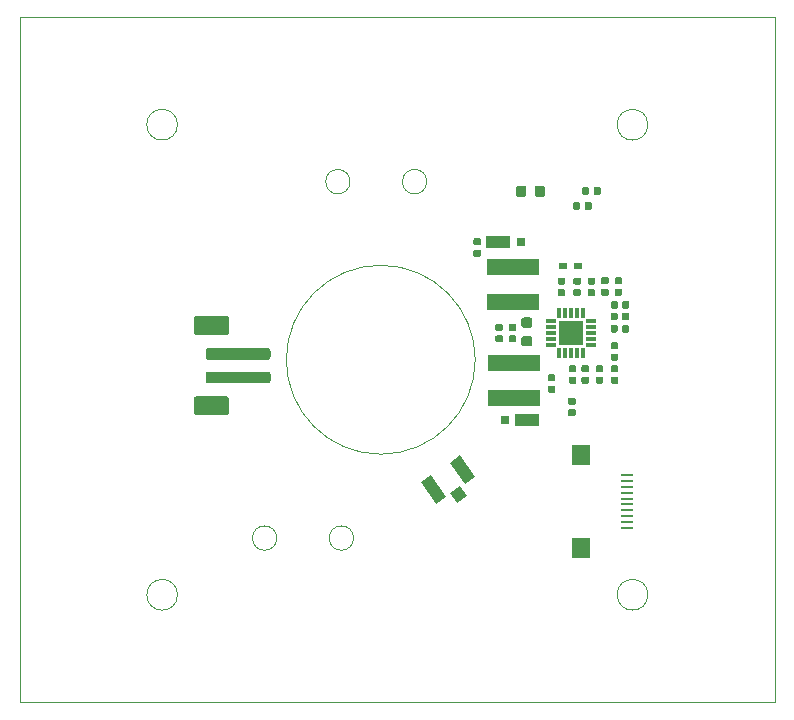
<source format=gbr>
%TF.GenerationSoftware,KiCad,Pcbnew,(5.1.5)-3*%
%TF.CreationDate,2020-08-30T11:50:14-07:00*%
%TF.ProjectId,ypanel,7970616e-656c-42e6-9b69-6361645f7063,rev?*%
%TF.SameCoordinates,Original*%
%TF.FileFunction,Paste,Bot*%
%TF.FilePolarity,Positive*%
%FSLAX46Y46*%
G04 Gerber Fmt 4.6, Leading zero omitted, Abs format (unit mm)*
G04 Created by KiCad (PCBNEW (5.1.5)-3) date 2020-08-30 11:50:14*
%MOMM*%
%LPD*%
G04 APERTURE LIST*
%ADD10C,0.100000*%
%ADD11C,0.050000*%
%ADD12R,1.500000X1.700000*%
%ADD13R,1.100000X0.250000*%
%ADD14R,2.000000X1.100000*%
%ADD15R,0.800000X0.800000*%
%ADD16R,0.700000X0.500000*%
%ADD17R,2.150000X2.150000*%
%ADD18R,0.900000X0.300000*%
%ADD19R,0.300000X0.900000*%
%ADD20R,4.394200X1.435100*%
G04 APERTURE END LIST*
D10*
X151587000Y-99000001D02*
G75*
G03X151587000Y-99000001I-8000000J0D01*
G01*
X134779564Y-114100000D02*
G75*
G03X134779564Y-114100000I-1029564J0D01*
G01*
X141279564Y-114100000D02*
G75*
G03X141279564Y-114100000I-1029564J0D01*
G01*
X126375000Y-118900000D02*
G75*
G03X126375000Y-118900000I-1300000J0D01*
G01*
X140979564Y-83920436D02*
G75*
G03X140979564Y-83920436I-1029564J0D01*
G01*
X147479564Y-83920436D02*
G75*
G03X147479564Y-83920436I-1029564J0D01*
G01*
X176975000Y-70000000D02*
X176975000Y-128000000D01*
X166200000Y-118900000D02*
G75*
G03X166200000Y-118900000I-1300000J0D01*
G01*
D11*
X126372800Y-79100000D02*
G75*
G03X126372800Y-79100000I-1300000J0D01*
G01*
D10*
X166195000Y-79102480D02*
G75*
G03X166195000Y-79102480I-1300000J0D01*
G01*
X176975000Y-70000000D02*
X113000000Y-70000000D01*
X113000000Y-128000000D02*
X176975000Y-128000000D01*
X113000000Y-70000000D02*
X113000000Y-128000000D01*
D12*
X160550000Y-107100000D03*
X160550000Y-114900000D03*
D13*
X164450000Y-108750000D03*
X164450000Y-109250000D03*
X164450000Y-109750000D03*
X164450000Y-110250000D03*
X164450000Y-110750000D03*
X164450000Y-111250000D03*
X164450000Y-111750000D03*
X164450000Y-112250000D03*
X164450000Y-112750000D03*
X164450000Y-113250000D03*
D10*
G36*
X130524504Y-102101204D02*
G01*
X130548773Y-102104804D01*
X130572571Y-102110765D01*
X130595671Y-102119030D01*
X130617849Y-102129520D01*
X130638893Y-102142133D01*
X130658598Y-102156747D01*
X130676777Y-102173223D01*
X130693253Y-102191402D01*
X130707867Y-102211107D01*
X130720480Y-102232151D01*
X130730970Y-102254329D01*
X130739235Y-102277429D01*
X130745196Y-102301227D01*
X130748796Y-102325496D01*
X130750000Y-102350000D01*
X130750000Y-103450000D01*
X130748796Y-103474504D01*
X130745196Y-103498773D01*
X130739235Y-103522571D01*
X130730970Y-103545671D01*
X130720480Y-103567849D01*
X130707867Y-103588893D01*
X130693253Y-103608598D01*
X130676777Y-103626777D01*
X130658598Y-103643253D01*
X130638893Y-103657867D01*
X130617849Y-103670480D01*
X130595671Y-103680970D01*
X130572571Y-103689235D01*
X130548773Y-103695196D01*
X130524504Y-103698796D01*
X130500000Y-103700000D01*
X128000000Y-103700000D01*
X127975496Y-103698796D01*
X127951227Y-103695196D01*
X127927429Y-103689235D01*
X127904329Y-103680970D01*
X127882151Y-103670480D01*
X127861107Y-103657867D01*
X127841402Y-103643253D01*
X127823223Y-103626777D01*
X127806747Y-103608598D01*
X127792133Y-103588893D01*
X127779520Y-103567849D01*
X127769030Y-103545671D01*
X127760765Y-103522571D01*
X127754804Y-103498773D01*
X127751204Y-103474504D01*
X127750000Y-103450000D01*
X127750000Y-102350000D01*
X127751204Y-102325496D01*
X127754804Y-102301227D01*
X127760765Y-102277429D01*
X127769030Y-102254329D01*
X127779520Y-102232151D01*
X127792133Y-102211107D01*
X127806747Y-102191402D01*
X127823223Y-102173223D01*
X127841402Y-102156747D01*
X127861107Y-102142133D01*
X127882151Y-102129520D01*
X127904329Y-102119030D01*
X127927429Y-102110765D01*
X127951227Y-102104804D01*
X127975496Y-102101204D01*
X128000000Y-102100000D01*
X130500000Y-102100000D01*
X130524504Y-102101204D01*
G37*
G36*
X130524504Y-95301204D02*
G01*
X130548773Y-95304804D01*
X130572571Y-95310765D01*
X130595671Y-95319030D01*
X130617849Y-95329520D01*
X130638893Y-95342133D01*
X130658598Y-95356747D01*
X130676777Y-95373223D01*
X130693253Y-95391402D01*
X130707867Y-95411107D01*
X130720480Y-95432151D01*
X130730970Y-95454329D01*
X130739235Y-95477429D01*
X130745196Y-95501227D01*
X130748796Y-95525496D01*
X130750000Y-95550000D01*
X130750000Y-96650000D01*
X130748796Y-96674504D01*
X130745196Y-96698773D01*
X130739235Y-96722571D01*
X130730970Y-96745671D01*
X130720480Y-96767849D01*
X130707867Y-96788893D01*
X130693253Y-96808598D01*
X130676777Y-96826777D01*
X130658598Y-96843253D01*
X130638893Y-96857867D01*
X130617849Y-96870480D01*
X130595671Y-96880970D01*
X130572571Y-96889235D01*
X130548773Y-96895196D01*
X130524504Y-96898796D01*
X130500000Y-96900000D01*
X128000000Y-96900000D01*
X127975496Y-96898796D01*
X127951227Y-96895196D01*
X127927429Y-96889235D01*
X127904329Y-96880970D01*
X127882151Y-96870480D01*
X127861107Y-96857867D01*
X127841402Y-96843253D01*
X127823223Y-96826777D01*
X127806747Y-96808598D01*
X127792133Y-96788893D01*
X127779520Y-96767849D01*
X127769030Y-96745671D01*
X127760765Y-96722571D01*
X127754804Y-96698773D01*
X127751204Y-96674504D01*
X127750000Y-96650000D01*
X127750000Y-95550000D01*
X127751204Y-95525496D01*
X127754804Y-95501227D01*
X127760765Y-95477429D01*
X127769030Y-95454329D01*
X127779520Y-95432151D01*
X127792133Y-95411107D01*
X127806747Y-95391402D01*
X127823223Y-95373223D01*
X127841402Y-95356747D01*
X127861107Y-95342133D01*
X127882151Y-95329520D01*
X127904329Y-95319030D01*
X127927429Y-95310765D01*
X127951227Y-95304804D01*
X127975496Y-95301204D01*
X128000000Y-95300000D01*
X130500000Y-95300000D01*
X130524504Y-95301204D01*
G37*
G36*
X134024504Y-100001204D02*
G01*
X134048773Y-100004804D01*
X134072571Y-100010765D01*
X134095671Y-100019030D01*
X134117849Y-100029520D01*
X134138893Y-100042133D01*
X134158598Y-100056747D01*
X134176777Y-100073223D01*
X134193253Y-100091402D01*
X134207867Y-100111107D01*
X134220480Y-100132151D01*
X134230970Y-100154329D01*
X134239235Y-100177429D01*
X134245196Y-100201227D01*
X134248796Y-100225496D01*
X134250000Y-100250000D01*
X134250000Y-100750000D01*
X134248796Y-100774504D01*
X134245196Y-100798773D01*
X134239235Y-100822571D01*
X134230970Y-100845671D01*
X134220480Y-100867849D01*
X134207867Y-100888893D01*
X134193253Y-100908598D01*
X134176777Y-100926777D01*
X134158598Y-100943253D01*
X134138893Y-100957867D01*
X134117849Y-100970480D01*
X134095671Y-100980970D01*
X134072571Y-100989235D01*
X134048773Y-100995196D01*
X134024504Y-100998796D01*
X134000000Y-101000000D01*
X129000000Y-101000000D01*
X128975496Y-100998796D01*
X128951227Y-100995196D01*
X128927429Y-100989235D01*
X128904329Y-100980970D01*
X128882151Y-100970480D01*
X128861107Y-100957867D01*
X128841402Y-100943253D01*
X128823223Y-100926777D01*
X128806747Y-100908598D01*
X128792133Y-100888893D01*
X128779520Y-100867849D01*
X128769030Y-100845671D01*
X128760765Y-100822571D01*
X128754804Y-100798773D01*
X128751204Y-100774504D01*
X128750000Y-100750000D01*
X128750000Y-100250000D01*
X128751204Y-100225496D01*
X128754804Y-100201227D01*
X128760765Y-100177429D01*
X128769030Y-100154329D01*
X128779520Y-100132151D01*
X128792133Y-100111107D01*
X128806747Y-100091402D01*
X128823223Y-100073223D01*
X128841402Y-100056747D01*
X128861107Y-100042133D01*
X128882151Y-100029520D01*
X128904329Y-100019030D01*
X128927429Y-100010765D01*
X128951227Y-100004804D01*
X128975496Y-100001204D01*
X129000000Y-100000000D01*
X134000000Y-100000000D01*
X134024504Y-100001204D01*
G37*
G36*
X134024504Y-98001204D02*
G01*
X134048773Y-98004804D01*
X134072571Y-98010765D01*
X134095671Y-98019030D01*
X134117849Y-98029520D01*
X134138893Y-98042133D01*
X134158598Y-98056747D01*
X134176777Y-98073223D01*
X134193253Y-98091402D01*
X134207867Y-98111107D01*
X134220480Y-98132151D01*
X134230970Y-98154329D01*
X134239235Y-98177429D01*
X134245196Y-98201227D01*
X134248796Y-98225496D01*
X134250000Y-98250000D01*
X134250000Y-98750000D01*
X134248796Y-98774504D01*
X134245196Y-98798773D01*
X134239235Y-98822571D01*
X134230970Y-98845671D01*
X134220480Y-98867849D01*
X134207867Y-98888893D01*
X134193253Y-98908598D01*
X134176777Y-98926777D01*
X134158598Y-98943253D01*
X134138893Y-98957867D01*
X134117849Y-98970480D01*
X134095671Y-98980970D01*
X134072571Y-98989235D01*
X134048773Y-98995196D01*
X134024504Y-98998796D01*
X134000000Y-99000000D01*
X129000000Y-99000000D01*
X128975496Y-98998796D01*
X128951227Y-98995196D01*
X128927429Y-98989235D01*
X128904329Y-98980970D01*
X128882151Y-98970480D01*
X128861107Y-98957867D01*
X128841402Y-98943253D01*
X128823223Y-98926777D01*
X128806747Y-98908598D01*
X128792133Y-98888893D01*
X128779520Y-98867849D01*
X128769030Y-98845671D01*
X128760765Y-98822571D01*
X128754804Y-98798773D01*
X128751204Y-98774504D01*
X128750000Y-98750000D01*
X128750000Y-98250000D01*
X128751204Y-98225496D01*
X128754804Y-98201227D01*
X128760765Y-98177429D01*
X128769030Y-98154329D01*
X128779520Y-98132151D01*
X128792133Y-98111107D01*
X128806747Y-98091402D01*
X128823223Y-98073223D01*
X128841402Y-98056747D01*
X128861107Y-98042133D01*
X128882151Y-98029520D01*
X128904329Y-98019030D01*
X128927429Y-98010765D01*
X128951227Y-98004804D01*
X128975496Y-98001204D01*
X129000000Y-98000000D01*
X134000000Y-98000000D01*
X134024504Y-98001204D01*
G37*
D14*
X153523500Y-89000000D03*
D15*
X155423500Y-89000000D03*
D10*
G36*
X155713491Y-84260453D02*
G01*
X155734726Y-84263603D01*
X155755550Y-84268819D01*
X155775762Y-84276051D01*
X155795168Y-84285230D01*
X155813581Y-84296266D01*
X155830824Y-84309054D01*
X155846730Y-84323470D01*
X155861146Y-84339376D01*
X155873934Y-84356619D01*
X155884970Y-84375032D01*
X155894149Y-84394438D01*
X155901381Y-84414650D01*
X155906597Y-84435474D01*
X155909747Y-84456709D01*
X155910800Y-84478150D01*
X155910800Y-84990650D01*
X155909747Y-85012091D01*
X155906597Y-85033326D01*
X155901381Y-85054150D01*
X155894149Y-85074362D01*
X155884970Y-85093768D01*
X155873934Y-85112181D01*
X155861146Y-85129424D01*
X155846730Y-85145330D01*
X155830824Y-85159746D01*
X155813581Y-85172534D01*
X155795168Y-85183570D01*
X155775762Y-85192749D01*
X155755550Y-85199981D01*
X155734726Y-85205197D01*
X155713491Y-85208347D01*
X155692050Y-85209400D01*
X155254550Y-85209400D01*
X155233109Y-85208347D01*
X155211874Y-85205197D01*
X155191050Y-85199981D01*
X155170838Y-85192749D01*
X155151432Y-85183570D01*
X155133019Y-85172534D01*
X155115776Y-85159746D01*
X155099870Y-85145330D01*
X155085454Y-85129424D01*
X155072666Y-85112181D01*
X155061630Y-85093768D01*
X155052451Y-85074362D01*
X155045219Y-85054150D01*
X155040003Y-85033326D01*
X155036853Y-85012091D01*
X155035800Y-84990650D01*
X155035800Y-84478150D01*
X155036853Y-84456709D01*
X155040003Y-84435474D01*
X155045219Y-84414650D01*
X155052451Y-84394438D01*
X155061630Y-84375032D01*
X155072666Y-84356619D01*
X155085454Y-84339376D01*
X155099870Y-84323470D01*
X155115776Y-84309054D01*
X155133019Y-84296266D01*
X155151432Y-84285230D01*
X155170838Y-84276051D01*
X155191050Y-84268819D01*
X155211874Y-84263603D01*
X155233109Y-84260453D01*
X155254550Y-84259400D01*
X155692050Y-84259400D01*
X155713491Y-84260453D01*
G37*
G36*
X157288491Y-84260453D02*
G01*
X157309726Y-84263603D01*
X157330550Y-84268819D01*
X157350762Y-84276051D01*
X157370168Y-84285230D01*
X157388581Y-84296266D01*
X157405824Y-84309054D01*
X157421730Y-84323470D01*
X157436146Y-84339376D01*
X157448934Y-84356619D01*
X157459970Y-84375032D01*
X157469149Y-84394438D01*
X157476381Y-84414650D01*
X157481597Y-84435474D01*
X157484747Y-84456709D01*
X157485800Y-84478150D01*
X157485800Y-84990650D01*
X157484747Y-85012091D01*
X157481597Y-85033326D01*
X157476381Y-85054150D01*
X157469149Y-85074362D01*
X157459970Y-85093768D01*
X157448934Y-85112181D01*
X157436146Y-85129424D01*
X157421730Y-85145330D01*
X157405824Y-85159746D01*
X157388581Y-85172534D01*
X157370168Y-85183570D01*
X157350762Y-85192749D01*
X157330550Y-85199981D01*
X157309726Y-85205197D01*
X157288491Y-85208347D01*
X157267050Y-85209400D01*
X156829550Y-85209400D01*
X156808109Y-85208347D01*
X156786874Y-85205197D01*
X156766050Y-85199981D01*
X156745838Y-85192749D01*
X156726432Y-85183570D01*
X156708019Y-85172534D01*
X156690776Y-85159746D01*
X156674870Y-85145330D01*
X156660454Y-85129424D01*
X156647666Y-85112181D01*
X156636630Y-85093768D01*
X156627451Y-85074362D01*
X156620219Y-85054150D01*
X156615003Y-85033326D01*
X156611853Y-85012091D01*
X156610800Y-84990650D01*
X156610800Y-84478150D01*
X156611853Y-84456709D01*
X156615003Y-84435474D01*
X156620219Y-84414650D01*
X156627451Y-84394438D01*
X156636630Y-84375032D01*
X156647666Y-84356619D01*
X156660454Y-84339376D01*
X156674870Y-84323470D01*
X156690776Y-84309054D01*
X156708019Y-84296266D01*
X156726432Y-84285230D01*
X156745838Y-84276051D01*
X156766050Y-84268819D01*
X156786874Y-84263603D01*
X156808109Y-84260453D01*
X156829550Y-84259400D01*
X157267050Y-84259400D01*
X157288491Y-84260453D01*
G37*
G36*
X153793458Y-95970710D02*
G01*
X153807776Y-95972834D01*
X153821817Y-95976351D01*
X153835446Y-95981228D01*
X153848531Y-95987417D01*
X153860947Y-95994858D01*
X153872573Y-96003481D01*
X153883298Y-96013202D01*
X153893019Y-96023927D01*
X153901642Y-96035553D01*
X153909083Y-96047969D01*
X153915272Y-96061054D01*
X153920149Y-96074683D01*
X153923666Y-96088724D01*
X153925790Y-96103042D01*
X153926500Y-96117500D01*
X153926500Y-96412500D01*
X153925790Y-96426958D01*
X153923666Y-96441276D01*
X153920149Y-96455317D01*
X153915272Y-96468946D01*
X153909083Y-96482031D01*
X153901642Y-96494447D01*
X153893019Y-96506073D01*
X153883298Y-96516798D01*
X153872573Y-96526519D01*
X153860947Y-96535142D01*
X153848531Y-96542583D01*
X153835446Y-96548772D01*
X153821817Y-96553649D01*
X153807776Y-96557166D01*
X153793458Y-96559290D01*
X153779000Y-96560000D01*
X153434000Y-96560000D01*
X153419542Y-96559290D01*
X153405224Y-96557166D01*
X153391183Y-96553649D01*
X153377554Y-96548772D01*
X153364469Y-96542583D01*
X153352053Y-96535142D01*
X153340427Y-96526519D01*
X153329702Y-96516798D01*
X153319981Y-96506073D01*
X153311358Y-96494447D01*
X153303917Y-96482031D01*
X153297728Y-96468946D01*
X153292851Y-96455317D01*
X153289334Y-96441276D01*
X153287210Y-96426958D01*
X153286500Y-96412500D01*
X153286500Y-96117500D01*
X153287210Y-96103042D01*
X153289334Y-96088724D01*
X153292851Y-96074683D01*
X153297728Y-96061054D01*
X153303917Y-96047969D01*
X153311358Y-96035553D01*
X153319981Y-96023927D01*
X153329702Y-96013202D01*
X153340427Y-96003481D01*
X153352053Y-95994858D01*
X153364469Y-95987417D01*
X153377554Y-95981228D01*
X153391183Y-95976351D01*
X153405224Y-95972834D01*
X153419542Y-95970710D01*
X153434000Y-95970000D01*
X153779000Y-95970000D01*
X153793458Y-95970710D01*
G37*
G36*
X153793458Y-96940710D02*
G01*
X153807776Y-96942834D01*
X153821817Y-96946351D01*
X153835446Y-96951228D01*
X153848531Y-96957417D01*
X153860947Y-96964858D01*
X153872573Y-96973481D01*
X153883298Y-96983202D01*
X153893019Y-96993927D01*
X153901642Y-97005553D01*
X153909083Y-97017969D01*
X153915272Y-97031054D01*
X153920149Y-97044683D01*
X153923666Y-97058724D01*
X153925790Y-97073042D01*
X153926500Y-97087500D01*
X153926500Y-97382500D01*
X153925790Y-97396958D01*
X153923666Y-97411276D01*
X153920149Y-97425317D01*
X153915272Y-97438946D01*
X153909083Y-97452031D01*
X153901642Y-97464447D01*
X153893019Y-97476073D01*
X153883298Y-97486798D01*
X153872573Y-97496519D01*
X153860947Y-97505142D01*
X153848531Y-97512583D01*
X153835446Y-97518772D01*
X153821817Y-97523649D01*
X153807776Y-97527166D01*
X153793458Y-97529290D01*
X153779000Y-97530000D01*
X153434000Y-97530000D01*
X153419542Y-97529290D01*
X153405224Y-97527166D01*
X153391183Y-97523649D01*
X153377554Y-97518772D01*
X153364469Y-97512583D01*
X153352053Y-97505142D01*
X153340427Y-97496519D01*
X153329702Y-97486798D01*
X153319981Y-97476073D01*
X153311358Y-97464447D01*
X153303917Y-97452031D01*
X153297728Y-97438946D01*
X153292851Y-97425317D01*
X153289334Y-97411276D01*
X153287210Y-97396958D01*
X153286500Y-97382500D01*
X153286500Y-97087500D01*
X153287210Y-97073042D01*
X153289334Y-97058724D01*
X153292851Y-97044683D01*
X153297728Y-97031054D01*
X153303917Y-97017969D01*
X153311358Y-97005553D01*
X153319981Y-96993927D01*
X153329702Y-96983202D01*
X153340427Y-96973481D01*
X153352053Y-96964858D01*
X153364469Y-96957417D01*
X153377554Y-96951228D01*
X153391183Y-96946351D01*
X153405224Y-96942834D01*
X153419542Y-96940710D01*
X153434000Y-96940000D01*
X153779000Y-96940000D01*
X153793458Y-96940710D01*
G37*
D16*
X158999500Y-91046000D03*
X160299500Y-91046000D03*
D17*
X159670844Y-96720660D03*
D18*
X157970844Y-95720660D03*
X157970844Y-96220660D03*
X157970844Y-96720660D03*
X157970844Y-97220660D03*
X157970844Y-97720660D03*
D19*
X158670844Y-98420660D03*
X159170844Y-98420660D03*
X159670844Y-98420660D03*
X160170844Y-98420660D03*
X160670844Y-98420660D03*
D18*
X161370844Y-97720660D03*
X161370844Y-97220660D03*
X161370844Y-96720660D03*
X161370844Y-96220660D03*
X161370844Y-95720660D03*
D19*
X160670844Y-95020660D03*
X160170844Y-95020660D03*
X159670844Y-95020660D03*
X159170844Y-95020660D03*
X158670844Y-95020660D03*
D15*
X154063380Y-104096820D03*
D14*
X155963380Y-104096820D03*
D10*
G36*
X163526958Y-94030710D02*
G01*
X163541276Y-94032834D01*
X163555317Y-94036351D01*
X163568946Y-94041228D01*
X163582031Y-94047417D01*
X163594447Y-94054858D01*
X163606073Y-94063481D01*
X163616798Y-94073202D01*
X163626519Y-94083927D01*
X163635142Y-94095553D01*
X163642583Y-94107969D01*
X163648772Y-94121054D01*
X163653649Y-94134683D01*
X163657166Y-94148724D01*
X163659290Y-94163042D01*
X163660000Y-94177500D01*
X163660000Y-94522500D01*
X163659290Y-94536958D01*
X163657166Y-94551276D01*
X163653649Y-94565317D01*
X163648772Y-94578946D01*
X163642583Y-94592031D01*
X163635142Y-94604447D01*
X163626519Y-94616073D01*
X163616798Y-94626798D01*
X163606073Y-94636519D01*
X163594447Y-94645142D01*
X163582031Y-94652583D01*
X163568946Y-94658772D01*
X163555317Y-94663649D01*
X163541276Y-94667166D01*
X163526958Y-94669290D01*
X163512500Y-94670000D01*
X163217500Y-94670000D01*
X163203042Y-94669290D01*
X163188724Y-94667166D01*
X163174683Y-94663649D01*
X163161054Y-94658772D01*
X163147969Y-94652583D01*
X163135553Y-94645142D01*
X163123927Y-94636519D01*
X163113202Y-94626798D01*
X163103481Y-94616073D01*
X163094858Y-94604447D01*
X163087417Y-94592031D01*
X163081228Y-94578946D01*
X163076351Y-94565317D01*
X163072834Y-94551276D01*
X163070710Y-94536958D01*
X163070000Y-94522500D01*
X163070000Y-94177500D01*
X163070710Y-94163042D01*
X163072834Y-94148724D01*
X163076351Y-94134683D01*
X163081228Y-94121054D01*
X163087417Y-94107969D01*
X163094858Y-94095553D01*
X163103481Y-94083927D01*
X163113202Y-94073202D01*
X163123927Y-94063481D01*
X163135553Y-94054858D01*
X163147969Y-94047417D01*
X163161054Y-94041228D01*
X163174683Y-94036351D01*
X163188724Y-94032834D01*
X163203042Y-94030710D01*
X163217500Y-94030000D01*
X163512500Y-94030000D01*
X163526958Y-94030710D01*
G37*
G36*
X164496958Y-94030710D02*
G01*
X164511276Y-94032834D01*
X164525317Y-94036351D01*
X164538946Y-94041228D01*
X164552031Y-94047417D01*
X164564447Y-94054858D01*
X164576073Y-94063481D01*
X164586798Y-94073202D01*
X164596519Y-94083927D01*
X164605142Y-94095553D01*
X164612583Y-94107969D01*
X164618772Y-94121054D01*
X164623649Y-94134683D01*
X164627166Y-94148724D01*
X164629290Y-94163042D01*
X164630000Y-94177500D01*
X164630000Y-94522500D01*
X164629290Y-94536958D01*
X164627166Y-94551276D01*
X164623649Y-94565317D01*
X164618772Y-94578946D01*
X164612583Y-94592031D01*
X164605142Y-94604447D01*
X164596519Y-94616073D01*
X164586798Y-94626798D01*
X164576073Y-94636519D01*
X164564447Y-94645142D01*
X164552031Y-94652583D01*
X164538946Y-94658772D01*
X164525317Y-94663649D01*
X164511276Y-94667166D01*
X164496958Y-94669290D01*
X164482500Y-94670000D01*
X164187500Y-94670000D01*
X164173042Y-94669290D01*
X164158724Y-94667166D01*
X164144683Y-94663649D01*
X164131054Y-94658772D01*
X164117969Y-94652583D01*
X164105553Y-94645142D01*
X164093927Y-94636519D01*
X164083202Y-94626798D01*
X164073481Y-94616073D01*
X164064858Y-94604447D01*
X164057417Y-94592031D01*
X164051228Y-94578946D01*
X164046351Y-94565317D01*
X164042834Y-94551276D01*
X164040710Y-94536958D01*
X164040000Y-94522500D01*
X164040000Y-94177500D01*
X164040710Y-94163042D01*
X164042834Y-94148724D01*
X164046351Y-94134683D01*
X164051228Y-94121054D01*
X164057417Y-94107969D01*
X164064858Y-94095553D01*
X164073481Y-94083927D01*
X164083202Y-94073202D01*
X164093927Y-94063481D01*
X164105553Y-94054858D01*
X164117969Y-94047417D01*
X164131054Y-94041228D01*
X164144683Y-94036351D01*
X164158724Y-94032834D01*
X164173042Y-94030710D01*
X164187500Y-94030000D01*
X164482500Y-94030000D01*
X164496958Y-94030710D01*
G37*
G36*
X164472458Y-95030710D02*
G01*
X164486776Y-95032834D01*
X164500817Y-95036351D01*
X164514446Y-95041228D01*
X164527531Y-95047417D01*
X164539947Y-95054858D01*
X164551573Y-95063481D01*
X164562298Y-95073202D01*
X164572019Y-95083927D01*
X164580642Y-95095553D01*
X164588083Y-95107969D01*
X164594272Y-95121054D01*
X164599149Y-95134683D01*
X164602666Y-95148724D01*
X164604790Y-95163042D01*
X164605500Y-95177500D01*
X164605500Y-95522500D01*
X164604790Y-95536958D01*
X164602666Y-95551276D01*
X164599149Y-95565317D01*
X164594272Y-95578946D01*
X164588083Y-95592031D01*
X164580642Y-95604447D01*
X164572019Y-95616073D01*
X164562298Y-95626798D01*
X164551573Y-95636519D01*
X164539947Y-95645142D01*
X164527531Y-95652583D01*
X164514446Y-95658772D01*
X164500817Y-95663649D01*
X164486776Y-95667166D01*
X164472458Y-95669290D01*
X164458000Y-95670000D01*
X164163000Y-95670000D01*
X164148542Y-95669290D01*
X164134224Y-95667166D01*
X164120183Y-95663649D01*
X164106554Y-95658772D01*
X164093469Y-95652583D01*
X164081053Y-95645142D01*
X164069427Y-95636519D01*
X164058702Y-95626798D01*
X164048981Y-95616073D01*
X164040358Y-95604447D01*
X164032917Y-95592031D01*
X164026728Y-95578946D01*
X164021851Y-95565317D01*
X164018334Y-95551276D01*
X164016210Y-95536958D01*
X164015500Y-95522500D01*
X164015500Y-95177500D01*
X164016210Y-95163042D01*
X164018334Y-95148724D01*
X164021851Y-95134683D01*
X164026728Y-95121054D01*
X164032917Y-95107969D01*
X164040358Y-95095553D01*
X164048981Y-95083927D01*
X164058702Y-95073202D01*
X164069427Y-95063481D01*
X164081053Y-95054858D01*
X164093469Y-95047417D01*
X164106554Y-95041228D01*
X164120183Y-95036351D01*
X164134224Y-95032834D01*
X164148542Y-95030710D01*
X164163000Y-95030000D01*
X164458000Y-95030000D01*
X164472458Y-95030710D01*
G37*
G36*
X163502458Y-95030710D02*
G01*
X163516776Y-95032834D01*
X163530817Y-95036351D01*
X163544446Y-95041228D01*
X163557531Y-95047417D01*
X163569947Y-95054858D01*
X163581573Y-95063481D01*
X163592298Y-95073202D01*
X163602019Y-95083927D01*
X163610642Y-95095553D01*
X163618083Y-95107969D01*
X163624272Y-95121054D01*
X163629149Y-95134683D01*
X163632666Y-95148724D01*
X163634790Y-95163042D01*
X163635500Y-95177500D01*
X163635500Y-95522500D01*
X163634790Y-95536958D01*
X163632666Y-95551276D01*
X163629149Y-95565317D01*
X163624272Y-95578946D01*
X163618083Y-95592031D01*
X163610642Y-95604447D01*
X163602019Y-95616073D01*
X163592298Y-95626798D01*
X163581573Y-95636519D01*
X163569947Y-95645142D01*
X163557531Y-95652583D01*
X163544446Y-95658772D01*
X163530817Y-95663649D01*
X163516776Y-95667166D01*
X163502458Y-95669290D01*
X163488000Y-95670000D01*
X163193000Y-95670000D01*
X163178542Y-95669290D01*
X163164224Y-95667166D01*
X163150183Y-95663649D01*
X163136554Y-95658772D01*
X163123469Y-95652583D01*
X163111053Y-95645142D01*
X163099427Y-95636519D01*
X163088702Y-95626798D01*
X163078981Y-95616073D01*
X163070358Y-95604447D01*
X163062917Y-95592031D01*
X163056728Y-95578946D01*
X163051851Y-95565317D01*
X163048334Y-95551276D01*
X163046210Y-95536958D01*
X163045500Y-95522500D01*
X163045500Y-95177500D01*
X163046210Y-95163042D01*
X163048334Y-95148724D01*
X163051851Y-95134683D01*
X163056728Y-95121054D01*
X163062917Y-95107969D01*
X163070358Y-95095553D01*
X163078981Y-95083927D01*
X163088702Y-95073202D01*
X163099427Y-95063481D01*
X163111053Y-95054858D01*
X163123469Y-95047417D01*
X163136554Y-95041228D01*
X163150183Y-95036351D01*
X163164224Y-95032834D01*
X163178542Y-95030710D01*
X163193000Y-95030000D01*
X163488000Y-95030000D01*
X163502458Y-95030710D01*
G37*
G36*
X162746958Y-92990710D02*
G01*
X162761276Y-92992834D01*
X162775317Y-92996351D01*
X162788946Y-93001228D01*
X162802031Y-93007417D01*
X162814447Y-93014858D01*
X162826073Y-93023481D01*
X162836798Y-93033202D01*
X162846519Y-93043927D01*
X162855142Y-93055553D01*
X162862583Y-93067969D01*
X162868772Y-93081054D01*
X162873649Y-93094683D01*
X162877166Y-93108724D01*
X162879290Y-93123042D01*
X162880000Y-93137500D01*
X162880000Y-93432500D01*
X162879290Y-93446958D01*
X162877166Y-93461276D01*
X162873649Y-93475317D01*
X162868772Y-93488946D01*
X162862583Y-93502031D01*
X162855142Y-93514447D01*
X162846519Y-93526073D01*
X162836798Y-93536798D01*
X162826073Y-93546519D01*
X162814447Y-93555142D01*
X162802031Y-93562583D01*
X162788946Y-93568772D01*
X162775317Y-93573649D01*
X162761276Y-93577166D01*
X162746958Y-93579290D01*
X162732500Y-93580000D01*
X162387500Y-93580000D01*
X162373042Y-93579290D01*
X162358724Y-93577166D01*
X162344683Y-93573649D01*
X162331054Y-93568772D01*
X162317969Y-93562583D01*
X162305553Y-93555142D01*
X162293927Y-93546519D01*
X162283202Y-93536798D01*
X162273481Y-93526073D01*
X162264858Y-93514447D01*
X162257417Y-93502031D01*
X162251228Y-93488946D01*
X162246351Y-93475317D01*
X162242834Y-93461276D01*
X162240710Y-93446958D01*
X162240000Y-93432500D01*
X162240000Y-93137500D01*
X162240710Y-93123042D01*
X162242834Y-93108724D01*
X162246351Y-93094683D01*
X162251228Y-93081054D01*
X162257417Y-93067969D01*
X162264858Y-93055553D01*
X162273481Y-93043927D01*
X162283202Y-93033202D01*
X162293927Y-93023481D01*
X162305553Y-93014858D01*
X162317969Y-93007417D01*
X162331054Y-93001228D01*
X162344683Y-92996351D01*
X162358724Y-92992834D01*
X162373042Y-92990710D01*
X162387500Y-92990000D01*
X162732500Y-92990000D01*
X162746958Y-92990710D01*
G37*
G36*
X162746958Y-92020710D02*
G01*
X162761276Y-92022834D01*
X162775317Y-92026351D01*
X162788946Y-92031228D01*
X162802031Y-92037417D01*
X162814447Y-92044858D01*
X162826073Y-92053481D01*
X162836798Y-92063202D01*
X162846519Y-92073927D01*
X162855142Y-92085553D01*
X162862583Y-92097969D01*
X162868772Y-92111054D01*
X162873649Y-92124683D01*
X162877166Y-92138724D01*
X162879290Y-92153042D01*
X162880000Y-92167500D01*
X162880000Y-92462500D01*
X162879290Y-92476958D01*
X162877166Y-92491276D01*
X162873649Y-92505317D01*
X162868772Y-92518946D01*
X162862583Y-92532031D01*
X162855142Y-92544447D01*
X162846519Y-92556073D01*
X162836798Y-92566798D01*
X162826073Y-92576519D01*
X162814447Y-92585142D01*
X162802031Y-92592583D01*
X162788946Y-92598772D01*
X162775317Y-92603649D01*
X162761276Y-92607166D01*
X162746958Y-92609290D01*
X162732500Y-92610000D01*
X162387500Y-92610000D01*
X162373042Y-92609290D01*
X162358724Y-92607166D01*
X162344683Y-92603649D01*
X162331054Y-92598772D01*
X162317969Y-92592583D01*
X162305553Y-92585142D01*
X162293927Y-92576519D01*
X162283202Y-92566798D01*
X162273481Y-92556073D01*
X162264858Y-92544447D01*
X162257417Y-92532031D01*
X162251228Y-92518946D01*
X162246351Y-92505317D01*
X162242834Y-92491276D01*
X162240710Y-92476958D01*
X162240000Y-92462500D01*
X162240000Y-92167500D01*
X162240710Y-92153042D01*
X162242834Y-92138724D01*
X162246351Y-92124683D01*
X162251228Y-92111054D01*
X162257417Y-92097969D01*
X162264858Y-92085553D01*
X162273481Y-92073927D01*
X162283202Y-92063202D01*
X162293927Y-92053481D01*
X162305553Y-92044858D01*
X162317969Y-92037417D01*
X162331054Y-92031228D01*
X162344683Y-92026351D01*
X162358724Y-92022834D01*
X162373042Y-92020710D01*
X162387500Y-92020000D01*
X162732500Y-92020000D01*
X162746958Y-92020710D01*
G37*
G36*
X154936458Y-95961370D02*
G01*
X154950776Y-95963494D01*
X154964817Y-95967011D01*
X154978446Y-95971888D01*
X154991531Y-95978077D01*
X155003947Y-95985518D01*
X155015573Y-95994141D01*
X155026298Y-96003862D01*
X155036019Y-96014587D01*
X155044642Y-96026213D01*
X155052083Y-96038629D01*
X155058272Y-96051714D01*
X155063149Y-96065343D01*
X155066666Y-96079384D01*
X155068790Y-96093702D01*
X155069500Y-96108160D01*
X155069500Y-96403160D01*
X155068790Y-96417618D01*
X155066666Y-96431936D01*
X155063149Y-96445977D01*
X155058272Y-96459606D01*
X155052083Y-96472691D01*
X155044642Y-96485107D01*
X155036019Y-96496733D01*
X155026298Y-96507458D01*
X155015573Y-96517179D01*
X155003947Y-96525802D01*
X154991531Y-96533243D01*
X154978446Y-96539432D01*
X154964817Y-96544309D01*
X154950776Y-96547826D01*
X154936458Y-96549950D01*
X154922000Y-96550660D01*
X154577000Y-96550660D01*
X154562542Y-96549950D01*
X154548224Y-96547826D01*
X154534183Y-96544309D01*
X154520554Y-96539432D01*
X154507469Y-96533243D01*
X154495053Y-96525802D01*
X154483427Y-96517179D01*
X154472702Y-96507458D01*
X154462981Y-96496733D01*
X154454358Y-96485107D01*
X154446917Y-96472691D01*
X154440728Y-96459606D01*
X154435851Y-96445977D01*
X154432334Y-96431936D01*
X154430210Y-96417618D01*
X154429500Y-96403160D01*
X154429500Y-96108160D01*
X154430210Y-96093702D01*
X154432334Y-96079384D01*
X154435851Y-96065343D01*
X154440728Y-96051714D01*
X154446917Y-96038629D01*
X154454358Y-96026213D01*
X154462981Y-96014587D01*
X154472702Y-96003862D01*
X154483427Y-95994141D01*
X154495053Y-95985518D01*
X154507469Y-95978077D01*
X154520554Y-95971888D01*
X154534183Y-95967011D01*
X154548224Y-95963494D01*
X154562542Y-95961370D01*
X154577000Y-95960660D01*
X154922000Y-95960660D01*
X154936458Y-95961370D01*
G37*
G36*
X154936458Y-96931370D02*
G01*
X154950776Y-96933494D01*
X154964817Y-96937011D01*
X154978446Y-96941888D01*
X154991531Y-96948077D01*
X155003947Y-96955518D01*
X155015573Y-96964141D01*
X155026298Y-96973862D01*
X155036019Y-96984587D01*
X155044642Y-96996213D01*
X155052083Y-97008629D01*
X155058272Y-97021714D01*
X155063149Y-97035343D01*
X155066666Y-97049384D01*
X155068790Y-97063702D01*
X155069500Y-97078160D01*
X155069500Y-97373160D01*
X155068790Y-97387618D01*
X155066666Y-97401936D01*
X155063149Y-97415977D01*
X155058272Y-97429606D01*
X155052083Y-97442691D01*
X155044642Y-97455107D01*
X155036019Y-97466733D01*
X155026298Y-97477458D01*
X155015573Y-97487179D01*
X155003947Y-97495802D01*
X154991531Y-97503243D01*
X154978446Y-97509432D01*
X154964817Y-97514309D01*
X154950776Y-97517826D01*
X154936458Y-97519950D01*
X154922000Y-97520660D01*
X154577000Y-97520660D01*
X154562542Y-97519950D01*
X154548224Y-97517826D01*
X154534183Y-97514309D01*
X154520554Y-97509432D01*
X154507469Y-97503243D01*
X154495053Y-97495802D01*
X154483427Y-97487179D01*
X154472702Y-97477458D01*
X154462981Y-97466733D01*
X154454358Y-97455107D01*
X154446917Y-97442691D01*
X154440728Y-97429606D01*
X154435851Y-97415977D01*
X154432334Y-97401936D01*
X154430210Y-97387618D01*
X154429500Y-97373160D01*
X154429500Y-97078160D01*
X154430210Y-97063702D01*
X154432334Y-97049384D01*
X154435851Y-97035343D01*
X154440728Y-97021714D01*
X154446917Y-97008629D01*
X154454358Y-96996213D01*
X154462981Y-96984587D01*
X154472702Y-96973862D01*
X154483427Y-96964141D01*
X154495053Y-96955518D01*
X154507469Y-96948077D01*
X154520554Y-96941888D01*
X154534183Y-96937011D01*
X154548224Y-96933494D01*
X154562542Y-96931370D01*
X154577000Y-96930660D01*
X154922000Y-96930660D01*
X154936458Y-96931370D01*
G37*
G36*
X163502458Y-96060710D02*
G01*
X163516776Y-96062834D01*
X163530817Y-96066351D01*
X163544446Y-96071228D01*
X163557531Y-96077417D01*
X163569947Y-96084858D01*
X163581573Y-96093481D01*
X163592298Y-96103202D01*
X163602019Y-96113927D01*
X163610642Y-96125553D01*
X163618083Y-96137969D01*
X163624272Y-96151054D01*
X163629149Y-96164683D01*
X163632666Y-96178724D01*
X163634790Y-96193042D01*
X163635500Y-96207500D01*
X163635500Y-96552500D01*
X163634790Y-96566958D01*
X163632666Y-96581276D01*
X163629149Y-96595317D01*
X163624272Y-96608946D01*
X163618083Y-96622031D01*
X163610642Y-96634447D01*
X163602019Y-96646073D01*
X163592298Y-96656798D01*
X163581573Y-96666519D01*
X163569947Y-96675142D01*
X163557531Y-96682583D01*
X163544446Y-96688772D01*
X163530817Y-96693649D01*
X163516776Y-96697166D01*
X163502458Y-96699290D01*
X163488000Y-96700000D01*
X163193000Y-96700000D01*
X163178542Y-96699290D01*
X163164224Y-96697166D01*
X163150183Y-96693649D01*
X163136554Y-96688772D01*
X163123469Y-96682583D01*
X163111053Y-96675142D01*
X163099427Y-96666519D01*
X163088702Y-96656798D01*
X163078981Y-96646073D01*
X163070358Y-96634447D01*
X163062917Y-96622031D01*
X163056728Y-96608946D01*
X163051851Y-96595317D01*
X163048334Y-96581276D01*
X163046210Y-96566958D01*
X163045500Y-96552500D01*
X163045500Y-96207500D01*
X163046210Y-96193042D01*
X163048334Y-96178724D01*
X163051851Y-96164683D01*
X163056728Y-96151054D01*
X163062917Y-96137969D01*
X163070358Y-96125553D01*
X163078981Y-96113927D01*
X163088702Y-96103202D01*
X163099427Y-96093481D01*
X163111053Y-96084858D01*
X163123469Y-96077417D01*
X163136554Y-96071228D01*
X163150183Y-96066351D01*
X163164224Y-96062834D01*
X163178542Y-96060710D01*
X163193000Y-96060000D01*
X163488000Y-96060000D01*
X163502458Y-96060710D01*
G37*
G36*
X164472458Y-96060710D02*
G01*
X164486776Y-96062834D01*
X164500817Y-96066351D01*
X164514446Y-96071228D01*
X164527531Y-96077417D01*
X164539947Y-96084858D01*
X164551573Y-96093481D01*
X164562298Y-96103202D01*
X164572019Y-96113927D01*
X164580642Y-96125553D01*
X164588083Y-96137969D01*
X164594272Y-96151054D01*
X164599149Y-96164683D01*
X164602666Y-96178724D01*
X164604790Y-96193042D01*
X164605500Y-96207500D01*
X164605500Y-96552500D01*
X164604790Y-96566958D01*
X164602666Y-96581276D01*
X164599149Y-96595317D01*
X164594272Y-96608946D01*
X164588083Y-96622031D01*
X164580642Y-96634447D01*
X164572019Y-96646073D01*
X164562298Y-96656798D01*
X164551573Y-96666519D01*
X164539947Y-96675142D01*
X164527531Y-96682583D01*
X164514446Y-96688772D01*
X164500817Y-96693649D01*
X164486776Y-96697166D01*
X164472458Y-96699290D01*
X164458000Y-96700000D01*
X164163000Y-96700000D01*
X164148542Y-96699290D01*
X164134224Y-96697166D01*
X164120183Y-96693649D01*
X164106554Y-96688772D01*
X164093469Y-96682583D01*
X164081053Y-96675142D01*
X164069427Y-96666519D01*
X164058702Y-96656798D01*
X164048981Y-96646073D01*
X164040358Y-96634447D01*
X164032917Y-96622031D01*
X164026728Y-96608946D01*
X164021851Y-96595317D01*
X164018334Y-96581276D01*
X164016210Y-96566958D01*
X164015500Y-96552500D01*
X164015500Y-96207500D01*
X164016210Y-96193042D01*
X164018334Y-96178724D01*
X164021851Y-96164683D01*
X164026728Y-96151054D01*
X164032917Y-96137969D01*
X164040358Y-96125553D01*
X164048981Y-96113927D01*
X164058702Y-96103202D01*
X164069427Y-96093481D01*
X164081053Y-96084858D01*
X164093469Y-96077417D01*
X164106554Y-96071228D01*
X164120183Y-96066351D01*
X164134224Y-96062834D01*
X164148542Y-96060710D01*
X164163000Y-96060000D01*
X164458000Y-96060000D01*
X164472458Y-96060710D01*
G37*
G36*
X162302458Y-100440710D02*
G01*
X162316776Y-100442834D01*
X162330817Y-100446351D01*
X162344446Y-100451228D01*
X162357531Y-100457417D01*
X162369947Y-100464858D01*
X162381573Y-100473481D01*
X162392298Y-100483202D01*
X162402019Y-100493927D01*
X162410642Y-100505553D01*
X162418083Y-100517969D01*
X162424272Y-100531054D01*
X162429149Y-100544683D01*
X162432666Y-100558724D01*
X162434790Y-100573042D01*
X162435500Y-100587500D01*
X162435500Y-100882500D01*
X162434790Y-100896958D01*
X162432666Y-100911276D01*
X162429149Y-100925317D01*
X162424272Y-100938946D01*
X162418083Y-100952031D01*
X162410642Y-100964447D01*
X162402019Y-100976073D01*
X162392298Y-100986798D01*
X162381573Y-100996519D01*
X162369947Y-101005142D01*
X162357531Y-101012583D01*
X162344446Y-101018772D01*
X162330817Y-101023649D01*
X162316776Y-101027166D01*
X162302458Y-101029290D01*
X162288000Y-101030000D01*
X161943000Y-101030000D01*
X161928542Y-101029290D01*
X161914224Y-101027166D01*
X161900183Y-101023649D01*
X161886554Y-101018772D01*
X161873469Y-101012583D01*
X161861053Y-101005142D01*
X161849427Y-100996519D01*
X161838702Y-100986798D01*
X161828981Y-100976073D01*
X161820358Y-100964447D01*
X161812917Y-100952031D01*
X161806728Y-100938946D01*
X161801851Y-100925317D01*
X161798334Y-100911276D01*
X161796210Y-100896958D01*
X161795500Y-100882500D01*
X161795500Y-100587500D01*
X161796210Y-100573042D01*
X161798334Y-100558724D01*
X161801851Y-100544683D01*
X161806728Y-100531054D01*
X161812917Y-100517969D01*
X161820358Y-100505553D01*
X161828981Y-100493927D01*
X161838702Y-100483202D01*
X161849427Y-100473481D01*
X161861053Y-100464858D01*
X161873469Y-100457417D01*
X161886554Y-100451228D01*
X161900183Y-100446351D01*
X161914224Y-100442834D01*
X161928542Y-100440710D01*
X161943000Y-100440000D01*
X162288000Y-100440000D01*
X162302458Y-100440710D01*
G37*
G36*
X162302458Y-99470710D02*
G01*
X162316776Y-99472834D01*
X162330817Y-99476351D01*
X162344446Y-99481228D01*
X162357531Y-99487417D01*
X162369947Y-99494858D01*
X162381573Y-99503481D01*
X162392298Y-99513202D01*
X162402019Y-99523927D01*
X162410642Y-99535553D01*
X162418083Y-99547969D01*
X162424272Y-99561054D01*
X162429149Y-99574683D01*
X162432666Y-99588724D01*
X162434790Y-99603042D01*
X162435500Y-99617500D01*
X162435500Y-99912500D01*
X162434790Y-99926958D01*
X162432666Y-99941276D01*
X162429149Y-99955317D01*
X162424272Y-99968946D01*
X162418083Y-99982031D01*
X162410642Y-99994447D01*
X162402019Y-100006073D01*
X162392298Y-100016798D01*
X162381573Y-100026519D01*
X162369947Y-100035142D01*
X162357531Y-100042583D01*
X162344446Y-100048772D01*
X162330817Y-100053649D01*
X162316776Y-100057166D01*
X162302458Y-100059290D01*
X162288000Y-100060000D01*
X161943000Y-100060000D01*
X161928542Y-100059290D01*
X161914224Y-100057166D01*
X161900183Y-100053649D01*
X161886554Y-100048772D01*
X161873469Y-100042583D01*
X161861053Y-100035142D01*
X161849427Y-100026519D01*
X161838702Y-100016798D01*
X161828981Y-100006073D01*
X161820358Y-99994447D01*
X161812917Y-99982031D01*
X161806728Y-99968946D01*
X161801851Y-99955317D01*
X161798334Y-99941276D01*
X161796210Y-99926958D01*
X161795500Y-99912500D01*
X161795500Y-99617500D01*
X161796210Y-99603042D01*
X161798334Y-99588724D01*
X161801851Y-99574683D01*
X161806728Y-99561054D01*
X161812917Y-99547969D01*
X161820358Y-99535553D01*
X161828981Y-99523927D01*
X161838702Y-99513202D01*
X161849427Y-99503481D01*
X161861053Y-99494858D01*
X161873469Y-99487417D01*
X161886554Y-99481228D01*
X161900183Y-99476351D01*
X161914224Y-99472834D01*
X161928542Y-99470710D01*
X161943000Y-99470000D01*
X162288000Y-99470000D01*
X162302458Y-99470710D01*
G37*
G36*
X163567958Y-99474210D02*
G01*
X163582276Y-99476334D01*
X163596317Y-99479851D01*
X163609946Y-99484728D01*
X163623031Y-99490917D01*
X163635447Y-99498358D01*
X163647073Y-99506981D01*
X163657798Y-99516702D01*
X163667519Y-99527427D01*
X163676142Y-99539053D01*
X163683583Y-99551469D01*
X163689772Y-99564554D01*
X163694649Y-99578183D01*
X163698166Y-99592224D01*
X163700290Y-99606542D01*
X163701000Y-99621000D01*
X163701000Y-99916000D01*
X163700290Y-99930458D01*
X163698166Y-99944776D01*
X163694649Y-99958817D01*
X163689772Y-99972446D01*
X163683583Y-99985531D01*
X163676142Y-99997947D01*
X163667519Y-100009573D01*
X163657798Y-100020298D01*
X163647073Y-100030019D01*
X163635447Y-100038642D01*
X163623031Y-100046083D01*
X163609946Y-100052272D01*
X163596317Y-100057149D01*
X163582276Y-100060666D01*
X163567958Y-100062790D01*
X163553500Y-100063500D01*
X163208500Y-100063500D01*
X163194042Y-100062790D01*
X163179724Y-100060666D01*
X163165683Y-100057149D01*
X163152054Y-100052272D01*
X163138969Y-100046083D01*
X163126553Y-100038642D01*
X163114927Y-100030019D01*
X163104202Y-100020298D01*
X163094481Y-100009573D01*
X163085858Y-99997947D01*
X163078417Y-99985531D01*
X163072228Y-99972446D01*
X163067351Y-99958817D01*
X163063834Y-99944776D01*
X163061710Y-99930458D01*
X163061000Y-99916000D01*
X163061000Y-99621000D01*
X163061710Y-99606542D01*
X163063834Y-99592224D01*
X163067351Y-99578183D01*
X163072228Y-99564554D01*
X163078417Y-99551469D01*
X163085858Y-99539053D01*
X163094481Y-99527427D01*
X163104202Y-99516702D01*
X163114927Y-99506981D01*
X163126553Y-99498358D01*
X163138969Y-99490917D01*
X163152054Y-99484728D01*
X163165683Y-99479851D01*
X163179724Y-99476334D01*
X163194042Y-99474210D01*
X163208500Y-99473500D01*
X163553500Y-99473500D01*
X163567958Y-99474210D01*
G37*
G36*
X163567958Y-100444210D02*
G01*
X163582276Y-100446334D01*
X163596317Y-100449851D01*
X163609946Y-100454728D01*
X163623031Y-100460917D01*
X163635447Y-100468358D01*
X163647073Y-100476981D01*
X163657798Y-100486702D01*
X163667519Y-100497427D01*
X163676142Y-100509053D01*
X163683583Y-100521469D01*
X163689772Y-100534554D01*
X163694649Y-100548183D01*
X163698166Y-100562224D01*
X163700290Y-100576542D01*
X163701000Y-100591000D01*
X163701000Y-100886000D01*
X163700290Y-100900458D01*
X163698166Y-100914776D01*
X163694649Y-100928817D01*
X163689772Y-100942446D01*
X163683583Y-100955531D01*
X163676142Y-100967947D01*
X163667519Y-100979573D01*
X163657798Y-100990298D01*
X163647073Y-101000019D01*
X163635447Y-101008642D01*
X163623031Y-101016083D01*
X163609946Y-101022272D01*
X163596317Y-101027149D01*
X163582276Y-101030666D01*
X163567958Y-101032790D01*
X163553500Y-101033500D01*
X163208500Y-101033500D01*
X163194042Y-101032790D01*
X163179724Y-101030666D01*
X163165683Y-101027149D01*
X163152054Y-101022272D01*
X163138969Y-101016083D01*
X163126553Y-101008642D01*
X163114927Y-101000019D01*
X163104202Y-100990298D01*
X163094481Y-100979573D01*
X163085858Y-100967947D01*
X163078417Y-100955531D01*
X163072228Y-100942446D01*
X163067351Y-100928817D01*
X163063834Y-100914776D01*
X163061710Y-100900458D01*
X163061000Y-100886000D01*
X163061000Y-100591000D01*
X163061710Y-100576542D01*
X163063834Y-100562224D01*
X163067351Y-100548183D01*
X163072228Y-100534554D01*
X163078417Y-100521469D01*
X163085858Y-100509053D01*
X163094481Y-100497427D01*
X163104202Y-100486702D01*
X163114927Y-100476981D01*
X163126553Y-100468358D01*
X163138969Y-100460917D01*
X163152054Y-100454728D01*
X163165683Y-100449851D01*
X163179724Y-100446334D01*
X163194042Y-100444210D01*
X163208500Y-100443500D01*
X163553500Y-100443500D01*
X163567958Y-100444210D01*
G37*
G36*
X161086958Y-99470710D02*
G01*
X161101276Y-99472834D01*
X161115317Y-99476351D01*
X161128946Y-99481228D01*
X161142031Y-99487417D01*
X161154447Y-99494858D01*
X161166073Y-99503481D01*
X161176798Y-99513202D01*
X161186519Y-99523927D01*
X161195142Y-99535553D01*
X161202583Y-99547969D01*
X161208772Y-99561054D01*
X161213649Y-99574683D01*
X161217166Y-99588724D01*
X161219290Y-99603042D01*
X161220000Y-99617500D01*
X161220000Y-99912500D01*
X161219290Y-99926958D01*
X161217166Y-99941276D01*
X161213649Y-99955317D01*
X161208772Y-99968946D01*
X161202583Y-99982031D01*
X161195142Y-99994447D01*
X161186519Y-100006073D01*
X161176798Y-100016798D01*
X161166073Y-100026519D01*
X161154447Y-100035142D01*
X161142031Y-100042583D01*
X161128946Y-100048772D01*
X161115317Y-100053649D01*
X161101276Y-100057166D01*
X161086958Y-100059290D01*
X161072500Y-100060000D01*
X160727500Y-100060000D01*
X160713042Y-100059290D01*
X160698724Y-100057166D01*
X160684683Y-100053649D01*
X160671054Y-100048772D01*
X160657969Y-100042583D01*
X160645553Y-100035142D01*
X160633927Y-100026519D01*
X160623202Y-100016798D01*
X160613481Y-100006073D01*
X160604858Y-99994447D01*
X160597417Y-99982031D01*
X160591228Y-99968946D01*
X160586351Y-99955317D01*
X160582834Y-99941276D01*
X160580710Y-99926958D01*
X160580000Y-99912500D01*
X160580000Y-99617500D01*
X160580710Y-99603042D01*
X160582834Y-99588724D01*
X160586351Y-99574683D01*
X160591228Y-99561054D01*
X160597417Y-99547969D01*
X160604858Y-99535553D01*
X160613481Y-99523927D01*
X160623202Y-99513202D01*
X160633927Y-99503481D01*
X160645553Y-99494858D01*
X160657969Y-99487417D01*
X160671054Y-99481228D01*
X160684683Y-99476351D01*
X160698724Y-99472834D01*
X160713042Y-99470710D01*
X160727500Y-99470000D01*
X161072500Y-99470000D01*
X161086958Y-99470710D01*
G37*
G36*
X161086958Y-100440710D02*
G01*
X161101276Y-100442834D01*
X161115317Y-100446351D01*
X161128946Y-100451228D01*
X161142031Y-100457417D01*
X161154447Y-100464858D01*
X161166073Y-100473481D01*
X161176798Y-100483202D01*
X161186519Y-100493927D01*
X161195142Y-100505553D01*
X161202583Y-100517969D01*
X161208772Y-100531054D01*
X161213649Y-100544683D01*
X161217166Y-100558724D01*
X161219290Y-100573042D01*
X161220000Y-100587500D01*
X161220000Y-100882500D01*
X161219290Y-100896958D01*
X161217166Y-100911276D01*
X161213649Y-100925317D01*
X161208772Y-100938946D01*
X161202583Y-100952031D01*
X161195142Y-100964447D01*
X161186519Y-100976073D01*
X161176798Y-100986798D01*
X161166073Y-100996519D01*
X161154447Y-101005142D01*
X161142031Y-101012583D01*
X161128946Y-101018772D01*
X161115317Y-101023649D01*
X161101276Y-101027166D01*
X161086958Y-101029290D01*
X161072500Y-101030000D01*
X160727500Y-101030000D01*
X160713042Y-101029290D01*
X160698724Y-101027166D01*
X160684683Y-101023649D01*
X160671054Y-101018772D01*
X160657969Y-101012583D01*
X160645553Y-101005142D01*
X160633927Y-100996519D01*
X160623202Y-100986798D01*
X160613481Y-100976073D01*
X160604858Y-100964447D01*
X160597417Y-100952031D01*
X160591228Y-100938946D01*
X160586351Y-100925317D01*
X160582834Y-100911276D01*
X160580710Y-100896958D01*
X160580000Y-100882500D01*
X160580000Y-100587500D01*
X160580710Y-100573042D01*
X160582834Y-100558724D01*
X160586351Y-100544683D01*
X160591228Y-100531054D01*
X160597417Y-100517969D01*
X160604858Y-100505553D01*
X160613481Y-100493927D01*
X160623202Y-100483202D01*
X160633927Y-100473481D01*
X160645553Y-100464858D01*
X160657969Y-100457417D01*
X160671054Y-100451228D01*
X160684683Y-100446351D01*
X160698724Y-100442834D01*
X160713042Y-100440710D01*
X160727500Y-100440000D01*
X161072500Y-100440000D01*
X161086958Y-100440710D01*
G37*
G36*
X163567958Y-97518710D02*
G01*
X163582276Y-97520834D01*
X163596317Y-97524351D01*
X163609946Y-97529228D01*
X163623031Y-97535417D01*
X163635447Y-97542858D01*
X163647073Y-97551481D01*
X163657798Y-97561202D01*
X163667519Y-97571927D01*
X163676142Y-97583553D01*
X163683583Y-97595969D01*
X163689772Y-97609054D01*
X163694649Y-97622683D01*
X163698166Y-97636724D01*
X163700290Y-97651042D01*
X163701000Y-97665500D01*
X163701000Y-97960500D01*
X163700290Y-97974958D01*
X163698166Y-97989276D01*
X163694649Y-98003317D01*
X163689772Y-98016946D01*
X163683583Y-98030031D01*
X163676142Y-98042447D01*
X163667519Y-98054073D01*
X163657798Y-98064798D01*
X163647073Y-98074519D01*
X163635447Y-98083142D01*
X163623031Y-98090583D01*
X163609946Y-98096772D01*
X163596317Y-98101649D01*
X163582276Y-98105166D01*
X163567958Y-98107290D01*
X163553500Y-98108000D01*
X163208500Y-98108000D01*
X163194042Y-98107290D01*
X163179724Y-98105166D01*
X163165683Y-98101649D01*
X163152054Y-98096772D01*
X163138969Y-98090583D01*
X163126553Y-98083142D01*
X163114927Y-98074519D01*
X163104202Y-98064798D01*
X163094481Y-98054073D01*
X163085858Y-98042447D01*
X163078417Y-98030031D01*
X163072228Y-98016946D01*
X163067351Y-98003317D01*
X163063834Y-97989276D01*
X163061710Y-97974958D01*
X163061000Y-97960500D01*
X163061000Y-97665500D01*
X163061710Y-97651042D01*
X163063834Y-97636724D01*
X163067351Y-97622683D01*
X163072228Y-97609054D01*
X163078417Y-97595969D01*
X163085858Y-97583553D01*
X163094481Y-97571927D01*
X163104202Y-97561202D01*
X163114927Y-97551481D01*
X163126553Y-97542858D01*
X163138969Y-97535417D01*
X163152054Y-97529228D01*
X163165683Y-97524351D01*
X163179724Y-97520834D01*
X163194042Y-97518710D01*
X163208500Y-97518000D01*
X163553500Y-97518000D01*
X163567958Y-97518710D01*
G37*
G36*
X163567958Y-98488710D02*
G01*
X163582276Y-98490834D01*
X163596317Y-98494351D01*
X163609946Y-98499228D01*
X163623031Y-98505417D01*
X163635447Y-98512858D01*
X163647073Y-98521481D01*
X163657798Y-98531202D01*
X163667519Y-98541927D01*
X163676142Y-98553553D01*
X163683583Y-98565969D01*
X163689772Y-98579054D01*
X163694649Y-98592683D01*
X163698166Y-98606724D01*
X163700290Y-98621042D01*
X163701000Y-98635500D01*
X163701000Y-98930500D01*
X163700290Y-98944958D01*
X163698166Y-98959276D01*
X163694649Y-98973317D01*
X163689772Y-98986946D01*
X163683583Y-99000031D01*
X163676142Y-99012447D01*
X163667519Y-99024073D01*
X163657798Y-99034798D01*
X163647073Y-99044519D01*
X163635447Y-99053142D01*
X163623031Y-99060583D01*
X163609946Y-99066772D01*
X163596317Y-99071649D01*
X163582276Y-99075166D01*
X163567958Y-99077290D01*
X163553500Y-99078000D01*
X163208500Y-99078000D01*
X163194042Y-99077290D01*
X163179724Y-99075166D01*
X163165683Y-99071649D01*
X163152054Y-99066772D01*
X163138969Y-99060583D01*
X163126553Y-99053142D01*
X163114927Y-99044519D01*
X163104202Y-99034798D01*
X163094481Y-99024073D01*
X163085858Y-99012447D01*
X163078417Y-99000031D01*
X163072228Y-98986946D01*
X163067351Y-98973317D01*
X163063834Y-98959276D01*
X163061710Y-98944958D01*
X163061000Y-98930500D01*
X163061000Y-98635500D01*
X163061710Y-98621042D01*
X163063834Y-98606724D01*
X163067351Y-98592683D01*
X163072228Y-98579054D01*
X163078417Y-98565969D01*
X163085858Y-98553553D01*
X163094481Y-98541927D01*
X163104202Y-98531202D01*
X163114927Y-98521481D01*
X163126553Y-98512858D01*
X163138969Y-98505417D01*
X163152054Y-98499228D01*
X163165683Y-98494351D01*
X163179724Y-98490834D01*
X163194042Y-98488710D01*
X163208500Y-98488000D01*
X163553500Y-98488000D01*
X163567958Y-98488710D01*
G37*
G36*
X160397458Y-92044710D02*
G01*
X160411776Y-92046834D01*
X160425817Y-92050351D01*
X160439446Y-92055228D01*
X160452531Y-92061417D01*
X160464947Y-92068858D01*
X160476573Y-92077481D01*
X160487298Y-92087202D01*
X160497019Y-92097927D01*
X160505642Y-92109553D01*
X160513083Y-92121969D01*
X160519272Y-92135054D01*
X160524149Y-92148683D01*
X160527666Y-92162724D01*
X160529790Y-92177042D01*
X160530500Y-92191500D01*
X160530500Y-92486500D01*
X160529790Y-92500958D01*
X160527666Y-92515276D01*
X160524149Y-92529317D01*
X160519272Y-92542946D01*
X160513083Y-92556031D01*
X160505642Y-92568447D01*
X160497019Y-92580073D01*
X160487298Y-92590798D01*
X160476573Y-92600519D01*
X160464947Y-92609142D01*
X160452531Y-92616583D01*
X160439446Y-92622772D01*
X160425817Y-92627649D01*
X160411776Y-92631166D01*
X160397458Y-92633290D01*
X160383000Y-92634000D01*
X160038000Y-92634000D01*
X160023542Y-92633290D01*
X160009224Y-92631166D01*
X159995183Y-92627649D01*
X159981554Y-92622772D01*
X159968469Y-92616583D01*
X159956053Y-92609142D01*
X159944427Y-92600519D01*
X159933702Y-92590798D01*
X159923981Y-92580073D01*
X159915358Y-92568447D01*
X159907917Y-92556031D01*
X159901728Y-92542946D01*
X159896851Y-92529317D01*
X159893334Y-92515276D01*
X159891210Y-92500958D01*
X159890500Y-92486500D01*
X159890500Y-92191500D01*
X159891210Y-92177042D01*
X159893334Y-92162724D01*
X159896851Y-92148683D01*
X159901728Y-92135054D01*
X159907917Y-92121969D01*
X159915358Y-92109553D01*
X159923981Y-92097927D01*
X159933702Y-92087202D01*
X159944427Y-92077481D01*
X159956053Y-92068858D01*
X159968469Y-92061417D01*
X159981554Y-92055228D01*
X159995183Y-92050351D01*
X160009224Y-92046834D01*
X160023542Y-92044710D01*
X160038000Y-92044000D01*
X160383000Y-92044000D01*
X160397458Y-92044710D01*
G37*
G36*
X160397458Y-93014710D02*
G01*
X160411776Y-93016834D01*
X160425817Y-93020351D01*
X160439446Y-93025228D01*
X160452531Y-93031417D01*
X160464947Y-93038858D01*
X160476573Y-93047481D01*
X160487298Y-93057202D01*
X160497019Y-93067927D01*
X160505642Y-93079553D01*
X160513083Y-93091969D01*
X160519272Y-93105054D01*
X160524149Y-93118683D01*
X160527666Y-93132724D01*
X160529790Y-93147042D01*
X160530500Y-93161500D01*
X160530500Y-93456500D01*
X160529790Y-93470958D01*
X160527666Y-93485276D01*
X160524149Y-93499317D01*
X160519272Y-93512946D01*
X160513083Y-93526031D01*
X160505642Y-93538447D01*
X160497019Y-93550073D01*
X160487298Y-93560798D01*
X160476573Y-93570519D01*
X160464947Y-93579142D01*
X160452531Y-93586583D01*
X160439446Y-93592772D01*
X160425817Y-93597649D01*
X160411776Y-93601166D01*
X160397458Y-93603290D01*
X160383000Y-93604000D01*
X160038000Y-93604000D01*
X160023542Y-93603290D01*
X160009224Y-93601166D01*
X159995183Y-93597649D01*
X159981554Y-93592772D01*
X159968469Y-93586583D01*
X159956053Y-93579142D01*
X159944427Y-93570519D01*
X159933702Y-93560798D01*
X159923981Y-93550073D01*
X159915358Y-93538447D01*
X159907917Y-93526031D01*
X159901728Y-93512946D01*
X159896851Y-93499317D01*
X159893334Y-93485276D01*
X159891210Y-93470958D01*
X159890500Y-93456500D01*
X159890500Y-93161500D01*
X159891210Y-93147042D01*
X159893334Y-93132724D01*
X159896851Y-93118683D01*
X159901728Y-93105054D01*
X159907917Y-93091969D01*
X159915358Y-93079553D01*
X159923981Y-93067927D01*
X159933702Y-93057202D01*
X159944427Y-93047481D01*
X159956053Y-93038858D01*
X159968469Y-93031417D01*
X159981554Y-93025228D01*
X159995183Y-93020351D01*
X160009224Y-93016834D01*
X160023542Y-93014710D01*
X160038000Y-93014000D01*
X160383000Y-93014000D01*
X160397458Y-93014710D01*
G37*
G36*
X163889958Y-92990710D02*
G01*
X163904276Y-92992834D01*
X163918317Y-92996351D01*
X163931946Y-93001228D01*
X163945031Y-93007417D01*
X163957447Y-93014858D01*
X163969073Y-93023481D01*
X163979798Y-93033202D01*
X163989519Y-93043927D01*
X163998142Y-93055553D01*
X164005583Y-93067969D01*
X164011772Y-93081054D01*
X164016649Y-93094683D01*
X164020166Y-93108724D01*
X164022290Y-93123042D01*
X164023000Y-93137500D01*
X164023000Y-93432500D01*
X164022290Y-93446958D01*
X164020166Y-93461276D01*
X164016649Y-93475317D01*
X164011772Y-93488946D01*
X164005583Y-93502031D01*
X163998142Y-93514447D01*
X163989519Y-93526073D01*
X163979798Y-93536798D01*
X163969073Y-93546519D01*
X163957447Y-93555142D01*
X163945031Y-93562583D01*
X163931946Y-93568772D01*
X163918317Y-93573649D01*
X163904276Y-93577166D01*
X163889958Y-93579290D01*
X163875500Y-93580000D01*
X163530500Y-93580000D01*
X163516042Y-93579290D01*
X163501724Y-93577166D01*
X163487683Y-93573649D01*
X163474054Y-93568772D01*
X163460969Y-93562583D01*
X163448553Y-93555142D01*
X163436927Y-93546519D01*
X163426202Y-93536798D01*
X163416481Y-93526073D01*
X163407858Y-93514447D01*
X163400417Y-93502031D01*
X163394228Y-93488946D01*
X163389351Y-93475317D01*
X163385834Y-93461276D01*
X163383710Y-93446958D01*
X163383000Y-93432500D01*
X163383000Y-93137500D01*
X163383710Y-93123042D01*
X163385834Y-93108724D01*
X163389351Y-93094683D01*
X163394228Y-93081054D01*
X163400417Y-93067969D01*
X163407858Y-93055553D01*
X163416481Y-93043927D01*
X163426202Y-93033202D01*
X163436927Y-93023481D01*
X163448553Y-93014858D01*
X163460969Y-93007417D01*
X163474054Y-93001228D01*
X163487683Y-92996351D01*
X163501724Y-92992834D01*
X163516042Y-92990710D01*
X163530500Y-92990000D01*
X163875500Y-92990000D01*
X163889958Y-92990710D01*
G37*
G36*
X163889958Y-92020710D02*
G01*
X163904276Y-92022834D01*
X163918317Y-92026351D01*
X163931946Y-92031228D01*
X163945031Y-92037417D01*
X163957447Y-92044858D01*
X163969073Y-92053481D01*
X163979798Y-92063202D01*
X163989519Y-92073927D01*
X163998142Y-92085553D01*
X164005583Y-92097969D01*
X164011772Y-92111054D01*
X164016649Y-92124683D01*
X164020166Y-92138724D01*
X164022290Y-92153042D01*
X164023000Y-92167500D01*
X164023000Y-92462500D01*
X164022290Y-92476958D01*
X164020166Y-92491276D01*
X164016649Y-92505317D01*
X164011772Y-92518946D01*
X164005583Y-92532031D01*
X163998142Y-92544447D01*
X163989519Y-92556073D01*
X163979798Y-92566798D01*
X163969073Y-92576519D01*
X163957447Y-92585142D01*
X163945031Y-92592583D01*
X163931946Y-92598772D01*
X163918317Y-92603649D01*
X163904276Y-92607166D01*
X163889958Y-92609290D01*
X163875500Y-92610000D01*
X163530500Y-92610000D01*
X163516042Y-92609290D01*
X163501724Y-92607166D01*
X163487683Y-92603649D01*
X163474054Y-92598772D01*
X163460969Y-92592583D01*
X163448553Y-92585142D01*
X163436927Y-92576519D01*
X163426202Y-92566798D01*
X163416481Y-92556073D01*
X163407858Y-92544447D01*
X163400417Y-92532031D01*
X163394228Y-92518946D01*
X163389351Y-92505317D01*
X163385834Y-92491276D01*
X163383710Y-92476958D01*
X163383000Y-92462500D01*
X163383000Y-92167500D01*
X163383710Y-92153042D01*
X163385834Y-92138724D01*
X163389351Y-92124683D01*
X163394228Y-92111054D01*
X163400417Y-92097969D01*
X163407858Y-92085553D01*
X163416481Y-92073927D01*
X163426202Y-92063202D01*
X163436927Y-92053481D01*
X163448553Y-92044858D01*
X163460969Y-92037417D01*
X163474054Y-92031228D01*
X163487683Y-92026351D01*
X163501724Y-92022834D01*
X163516042Y-92020710D01*
X163530500Y-92020000D01*
X163875500Y-92020000D01*
X163889958Y-92020710D01*
G37*
G36*
X161093958Y-84389710D02*
G01*
X161108276Y-84391834D01*
X161122317Y-84395351D01*
X161135946Y-84400228D01*
X161149031Y-84406417D01*
X161161447Y-84413858D01*
X161173073Y-84422481D01*
X161183798Y-84432202D01*
X161193519Y-84442927D01*
X161202142Y-84454553D01*
X161209583Y-84466969D01*
X161215772Y-84480054D01*
X161220649Y-84493683D01*
X161224166Y-84507724D01*
X161226290Y-84522042D01*
X161227000Y-84536500D01*
X161227000Y-84881500D01*
X161226290Y-84895958D01*
X161224166Y-84910276D01*
X161220649Y-84924317D01*
X161215772Y-84937946D01*
X161209583Y-84951031D01*
X161202142Y-84963447D01*
X161193519Y-84975073D01*
X161183798Y-84985798D01*
X161173073Y-84995519D01*
X161161447Y-85004142D01*
X161149031Y-85011583D01*
X161135946Y-85017772D01*
X161122317Y-85022649D01*
X161108276Y-85026166D01*
X161093958Y-85028290D01*
X161079500Y-85029000D01*
X160784500Y-85029000D01*
X160770042Y-85028290D01*
X160755724Y-85026166D01*
X160741683Y-85022649D01*
X160728054Y-85017772D01*
X160714969Y-85011583D01*
X160702553Y-85004142D01*
X160690927Y-84995519D01*
X160680202Y-84985798D01*
X160670481Y-84975073D01*
X160661858Y-84963447D01*
X160654417Y-84951031D01*
X160648228Y-84937946D01*
X160643351Y-84924317D01*
X160639834Y-84910276D01*
X160637710Y-84895958D01*
X160637000Y-84881500D01*
X160637000Y-84536500D01*
X160637710Y-84522042D01*
X160639834Y-84507724D01*
X160643351Y-84493683D01*
X160648228Y-84480054D01*
X160654417Y-84466969D01*
X160661858Y-84454553D01*
X160670481Y-84442927D01*
X160680202Y-84432202D01*
X160690927Y-84422481D01*
X160702553Y-84413858D01*
X160714969Y-84406417D01*
X160728054Y-84400228D01*
X160741683Y-84395351D01*
X160755724Y-84391834D01*
X160770042Y-84389710D01*
X160784500Y-84389000D01*
X161079500Y-84389000D01*
X161093958Y-84389710D01*
G37*
G36*
X162063958Y-84389710D02*
G01*
X162078276Y-84391834D01*
X162092317Y-84395351D01*
X162105946Y-84400228D01*
X162119031Y-84406417D01*
X162131447Y-84413858D01*
X162143073Y-84422481D01*
X162153798Y-84432202D01*
X162163519Y-84442927D01*
X162172142Y-84454553D01*
X162179583Y-84466969D01*
X162185772Y-84480054D01*
X162190649Y-84493683D01*
X162194166Y-84507724D01*
X162196290Y-84522042D01*
X162197000Y-84536500D01*
X162197000Y-84881500D01*
X162196290Y-84895958D01*
X162194166Y-84910276D01*
X162190649Y-84924317D01*
X162185772Y-84937946D01*
X162179583Y-84951031D01*
X162172142Y-84963447D01*
X162163519Y-84975073D01*
X162153798Y-84985798D01*
X162143073Y-84995519D01*
X162131447Y-85004142D01*
X162119031Y-85011583D01*
X162105946Y-85017772D01*
X162092317Y-85022649D01*
X162078276Y-85026166D01*
X162063958Y-85028290D01*
X162049500Y-85029000D01*
X161754500Y-85029000D01*
X161740042Y-85028290D01*
X161725724Y-85026166D01*
X161711683Y-85022649D01*
X161698054Y-85017772D01*
X161684969Y-85011583D01*
X161672553Y-85004142D01*
X161660927Y-84995519D01*
X161650202Y-84985798D01*
X161640481Y-84975073D01*
X161631858Y-84963447D01*
X161624417Y-84951031D01*
X161618228Y-84937946D01*
X161613351Y-84924317D01*
X161609834Y-84910276D01*
X161607710Y-84895958D01*
X161607000Y-84881500D01*
X161607000Y-84536500D01*
X161607710Y-84522042D01*
X161609834Y-84507724D01*
X161613351Y-84493683D01*
X161618228Y-84480054D01*
X161624417Y-84466969D01*
X161631858Y-84454553D01*
X161640481Y-84442927D01*
X161650202Y-84432202D01*
X161660927Y-84422481D01*
X161672553Y-84413858D01*
X161684969Y-84406417D01*
X161698054Y-84400228D01*
X161711683Y-84395351D01*
X161725724Y-84391834D01*
X161740042Y-84389710D01*
X161754500Y-84389000D01*
X162049500Y-84389000D01*
X162063958Y-84389710D01*
G37*
G36*
X160331958Y-85659710D02*
G01*
X160346276Y-85661834D01*
X160360317Y-85665351D01*
X160373946Y-85670228D01*
X160387031Y-85676417D01*
X160399447Y-85683858D01*
X160411073Y-85692481D01*
X160421798Y-85702202D01*
X160431519Y-85712927D01*
X160440142Y-85724553D01*
X160447583Y-85736969D01*
X160453772Y-85750054D01*
X160458649Y-85763683D01*
X160462166Y-85777724D01*
X160464290Y-85792042D01*
X160465000Y-85806500D01*
X160465000Y-86151500D01*
X160464290Y-86165958D01*
X160462166Y-86180276D01*
X160458649Y-86194317D01*
X160453772Y-86207946D01*
X160447583Y-86221031D01*
X160440142Y-86233447D01*
X160431519Y-86245073D01*
X160421798Y-86255798D01*
X160411073Y-86265519D01*
X160399447Y-86274142D01*
X160387031Y-86281583D01*
X160373946Y-86287772D01*
X160360317Y-86292649D01*
X160346276Y-86296166D01*
X160331958Y-86298290D01*
X160317500Y-86299000D01*
X160022500Y-86299000D01*
X160008042Y-86298290D01*
X159993724Y-86296166D01*
X159979683Y-86292649D01*
X159966054Y-86287772D01*
X159952969Y-86281583D01*
X159940553Y-86274142D01*
X159928927Y-86265519D01*
X159918202Y-86255798D01*
X159908481Y-86245073D01*
X159899858Y-86233447D01*
X159892417Y-86221031D01*
X159886228Y-86207946D01*
X159881351Y-86194317D01*
X159877834Y-86180276D01*
X159875710Y-86165958D01*
X159875000Y-86151500D01*
X159875000Y-85806500D01*
X159875710Y-85792042D01*
X159877834Y-85777724D01*
X159881351Y-85763683D01*
X159886228Y-85750054D01*
X159892417Y-85736969D01*
X159899858Y-85724553D01*
X159908481Y-85712927D01*
X159918202Y-85702202D01*
X159928927Y-85692481D01*
X159940553Y-85683858D01*
X159952969Y-85676417D01*
X159966054Y-85670228D01*
X159979683Y-85665351D01*
X159993724Y-85661834D01*
X160008042Y-85659710D01*
X160022500Y-85659000D01*
X160317500Y-85659000D01*
X160331958Y-85659710D01*
G37*
G36*
X161301958Y-85659710D02*
G01*
X161316276Y-85661834D01*
X161330317Y-85665351D01*
X161343946Y-85670228D01*
X161357031Y-85676417D01*
X161369447Y-85683858D01*
X161381073Y-85692481D01*
X161391798Y-85702202D01*
X161401519Y-85712927D01*
X161410142Y-85724553D01*
X161417583Y-85736969D01*
X161423772Y-85750054D01*
X161428649Y-85763683D01*
X161432166Y-85777724D01*
X161434290Y-85792042D01*
X161435000Y-85806500D01*
X161435000Y-86151500D01*
X161434290Y-86165958D01*
X161432166Y-86180276D01*
X161428649Y-86194317D01*
X161423772Y-86207946D01*
X161417583Y-86221031D01*
X161410142Y-86233447D01*
X161401519Y-86245073D01*
X161391798Y-86255798D01*
X161381073Y-86265519D01*
X161369447Y-86274142D01*
X161357031Y-86281583D01*
X161343946Y-86287772D01*
X161330317Y-86292649D01*
X161316276Y-86296166D01*
X161301958Y-86298290D01*
X161287500Y-86299000D01*
X160992500Y-86299000D01*
X160978042Y-86298290D01*
X160963724Y-86296166D01*
X160949683Y-86292649D01*
X160936054Y-86287772D01*
X160922969Y-86281583D01*
X160910553Y-86274142D01*
X160898927Y-86265519D01*
X160888202Y-86255798D01*
X160878481Y-86245073D01*
X160869858Y-86233447D01*
X160862417Y-86221031D01*
X160856228Y-86207946D01*
X160851351Y-86194317D01*
X160847834Y-86180276D01*
X160845710Y-86165958D01*
X160845000Y-86151500D01*
X160845000Y-85806500D01*
X160845710Y-85792042D01*
X160847834Y-85777724D01*
X160851351Y-85763683D01*
X160856228Y-85750054D01*
X160862417Y-85736969D01*
X160869858Y-85724553D01*
X160878481Y-85712927D01*
X160888202Y-85702202D01*
X160898927Y-85692481D01*
X160910553Y-85683858D01*
X160922969Y-85676417D01*
X160936054Y-85670228D01*
X160949683Y-85665351D01*
X160963724Y-85661834D01*
X160978042Y-85659710D01*
X160992500Y-85659000D01*
X161287500Y-85659000D01*
X161301958Y-85659710D01*
G37*
G36*
X160011958Y-100444210D02*
G01*
X160026276Y-100446334D01*
X160040317Y-100449851D01*
X160053946Y-100454728D01*
X160067031Y-100460917D01*
X160079447Y-100468358D01*
X160091073Y-100476981D01*
X160101798Y-100486702D01*
X160111519Y-100497427D01*
X160120142Y-100509053D01*
X160127583Y-100521469D01*
X160133772Y-100534554D01*
X160138649Y-100548183D01*
X160142166Y-100562224D01*
X160144290Y-100576542D01*
X160145000Y-100591000D01*
X160145000Y-100886000D01*
X160144290Y-100900458D01*
X160142166Y-100914776D01*
X160138649Y-100928817D01*
X160133772Y-100942446D01*
X160127583Y-100955531D01*
X160120142Y-100967947D01*
X160111519Y-100979573D01*
X160101798Y-100990298D01*
X160091073Y-101000019D01*
X160079447Y-101008642D01*
X160067031Y-101016083D01*
X160053946Y-101022272D01*
X160040317Y-101027149D01*
X160026276Y-101030666D01*
X160011958Y-101032790D01*
X159997500Y-101033500D01*
X159652500Y-101033500D01*
X159638042Y-101032790D01*
X159623724Y-101030666D01*
X159609683Y-101027149D01*
X159596054Y-101022272D01*
X159582969Y-101016083D01*
X159570553Y-101008642D01*
X159558927Y-101000019D01*
X159548202Y-100990298D01*
X159538481Y-100979573D01*
X159529858Y-100967947D01*
X159522417Y-100955531D01*
X159516228Y-100942446D01*
X159511351Y-100928817D01*
X159507834Y-100914776D01*
X159505710Y-100900458D01*
X159505000Y-100886000D01*
X159505000Y-100591000D01*
X159505710Y-100576542D01*
X159507834Y-100562224D01*
X159511351Y-100548183D01*
X159516228Y-100534554D01*
X159522417Y-100521469D01*
X159529858Y-100509053D01*
X159538481Y-100497427D01*
X159548202Y-100486702D01*
X159558927Y-100476981D01*
X159570553Y-100468358D01*
X159582969Y-100460917D01*
X159596054Y-100454728D01*
X159609683Y-100449851D01*
X159623724Y-100446334D01*
X159638042Y-100444210D01*
X159652500Y-100443500D01*
X159997500Y-100443500D01*
X160011958Y-100444210D01*
G37*
G36*
X160011958Y-99474210D02*
G01*
X160026276Y-99476334D01*
X160040317Y-99479851D01*
X160053946Y-99484728D01*
X160067031Y-99490917D01*
X160079447Y-99498358D01*
X160091073Y-99506981D01*
X160101798Y-99516702D01*
X160111519Y-99527427D01*
X160120142Y-99539053D01*
X160127583Y-99551469D01*
X160133772Y-99564554D01*
X160138649Y-99578183D01*
X160142166Y-99592224D01*
X160144290Y-99606542D01*
X160145000Y-99621000D01*
X160145000Y-99916000D01*
X160144290Y-99930458D01*
X160142166Y-99944776D01*
X160138649Y-99958817D01*
X160133772Y-99972446D01*
X160127583Y-99985531D01*
X160120142Y-99997947D01*
X160111519Y-100009573D01*
X160101798Y-100020298D01*
X160091073Y-100030019D01*
X160079447Y-100038642D01*
X160067031Y-100046083D01*
X160053946Y-100052272D01*
X160040317Y-100057149D01*
X160026276Y-100060666D01*
X160011958Y-100062790D01*
X159997500Y-100063500D01*
X159652500Y-100063500D01*
X159638042Y-100062790D01*
X159623724Y-100060666D01*
X159609683Y-100057149D01*
X159596054Y-100052272D01*
X159582969Y-100046083D01*
X159570553Y-100038642D01*
X159558927Y-100030019D01*
X159548202Y-100020298D01*
X159538481Y-100009573D01*
X159529858Y-99997947D01*
X159522417Y-99985531D01*
X159516228Y-99972446D01*
X159511351Y-99958817D01*
X159507834Y-99944776D01*
X159505710Y-99930458D01*
X159505000Y-99916000D01*
X159505000Y-99621000D01*
X159505710Y-99606542D01*
X159507834Y-99592224D01*
X159511351Y-99578183D01*
X159516228Y-99564554D01*
X159522417Y-99551469D01*
X159529858Y-99539053D01*
X159538481Y-99527427D01*
X159548202Y-99516702D01*
X159558927Y-99506981D01*
X159570553Y-99498358D01*
X159582969Y-99490917D01*
X159596054Y-99484728D01*
X159609683Y-99479851D01*
X159623724Y-99476334D01*
X159638042Y-99474210D01*
X159652500Y-99473500D01*
X159997500Y-99473500D01*
X160011958Y-99474210D01*
G37*
D20*
X154841520Y-102229550D03*
X154841520Y-99270450D03*
X154808500Y-94113050D03*
X154808500Y-91153950D03*
D10*
G36*
X156233691Y-96998053D02*
G01*
X156254926Y-97001203D01*
X156275750Y-97006419D01*
X156295962Y-97013651D01*
X156315368Y-97022830D01*
X156333781Y-97033866D01*
X156351024Y-97046654D01*
X156366930Y-97061070D01*
X156381346Y-97076976D01*
X156394134Y-97094219D01*
X156405170Y-97112632D01*
X156414349Y-97132038D01*
X156421581Y-97152250D01*
X156426797Y-97173074D01*
X156429947Y-97194309D01*
X156431000Y-97215750D01*
X156431000Y-97653250D01*
X156429947Y-97674691D01*
X156426797Y-97695926D01*
X156421581Y-97716750D01*
X156414349Y-97736962D01*
X156405170Y-97756368D01*
X156394134Y-97774781D01*
X156381346Y-97792024D01*
X156366930Y-97807930D01*
X156351024Y-97822346D01*
X156333781Y-97835134D01*
X156315368Y-97846170D01*
X156295962Y-97855349D01*
X156275750Y-97862581D01*
X156254926Y-97867797D01*
X156233691Y-97870947D01*
X156212250Y-97872000D01*
X155699750Y-97872000D01*
X155678309Y-97870947D01*
X155657074Y-97867797D01*
X155636250Y-97862581D01*
X155616038Y-97855349D01*
X155596632Y-97846170D01*
X155578219Y-97835134D01*
X155560976Y-97822346D01*
X155545070Y-97807930D01*
X155530654Y-97792024D01*
X155517866Y-97774781D01*
X155506830Y-97756368D01*
X155497651Y-97736962D01*
X155490419Y-97716750D01*
X155485203Y-97695926D01*
X155482053Y-97674691D01*
X155481000Y-97653250D01*
X155481000Y-97215750D01*
X155482053Y-97194309D01*
X155485203Y-97173074D01*
X155490419Y-97152250D01*
X155497651Y-97132038D01*
X155506830Y-97112632D01*
X155517866Y-97094219D01*
X155530654Y-97076976D01*
X155545070Y-97061070D01*
X155560976Y-97046654D01*
X155578219Y-97033866D01*
X155596632Y-97022830D01*
X155616038Y-97013651D01*
X155636250Y-97006419D01*
X155657074Y-97001203D01*
X155678309Y-96998053D01*
X155699750Y-96997000D01*
X156212250Y-96997000D01*
X156233691Y-96998053D01*
G37*
G36*
X156233691Y-95423053D02*
G01*
X156254926Y-95426203D01*
X156275750Y-95431419D01*
X156295962Y-95438651D01*
X156315368Y-95447830D01*
X156333781Y-95458866D01*
X156351024Y-95471654D01*
X156366930Y-95486070D01*
X156381346Y-95501976D01*
X156394134Y-95519219D01*
X156405170Y-95537632D01*
X156414349Y-95557038D01*
X156421581Y-95577250D01*
X156426797Y-95598074D01*
X156429947Y-95619309D01*
X156431000Y-95640750D01*
X156431000Y-96078250D01*
X156429947Y-96099691D01*
X156426797Y-96120926D01*
X156421581Y-96141750D01*
X156414349Y-96161962D01*
X156405170Y-96181368D01*
X156394134Y-96199781D01*
X156381346Y-96217024D01*
X156366930Y-96232930D01*
X156351024Y-96247346D01*
X156333781Y-96260134D01*
X156315368Y-96271170D01*
X156295962Y-96280349D01*
X156275750Y-96287581D01*
X156254926Y-96292797D01*
X156233691Y-96295947D01*
X156212250Y-96297000D01*
X155699750Y-96297000D01*
X155678309Y-96295947D01*
X155657074Y-96292797D01*
X155636250Y-96287581D01*
X155616038Y-96280349D01*
X155596632Y-96271170D01*
X155578219Y-96260134D01*
X155560976Y-96247346D01*
X155545070Y-96232930D01*
X155530654Y-96217024D01*
X155517866Y-96199781D01*
X155506830Y-96181368D01*
X155497651Y-96161962D01*
X155490419Y-96141750D01*
X155485203Y-96120926D01*
X155482053Y-96099691D01*
X155481000Y-96078250D01*
X155481000Y-95640750D01*
X155482053Y-95619309D01*
X155485203Y-95598074D01*
X155490419Y-95577250D01*
X155497651Y-95557038D01*
X155506830Y-95537632D01*
X155517866Y-95519219D01*
X155530654Y-95501976D01*
X155545070Y-95486070D01*
X155560976Y-95471654D01*
X155578219Y-95458866D01*
X155596632Y-95447830D01*
X155616038Y-95438651D01*
X155636250Y-95431419D01*
X155657074Y-95426203D01*
X155678309Y-95423053D01*
X155699750Y-95422000D01*
X156212250Y-95422000D01*
X156233691Y-95423053D01*
G37*
G36*
X158233958Y-100236210D02*
G01*
X158248276Y-100238334D01*
X158262317Y-100241851D01*
X158275946Y-100246728D01*
X158289031Y-100252917D01*
X158301447Y-100260358D01*
X158313073Y-100268981D01*
X158323798Y-100278702D01*
X158333519Y-100289427D01*
X158342142Y-100301053D01*
X158349583Y-100313469D01*
X158355772Y-100326554D01*
X158360649Y-100340183D01*
X158364166Y-100354224D01*
X158366290Y-100368542D01*
X158367000Y-100383000D01*
X158367000Y-100678000D01*
X158366290Y-100692458D01*
X158364166Y-100706776D01*
X158360649Y-100720817D01*
X158355772Y-100734446D01*
X158349583Y-100747531D01*
X158342142Y-100759947D01*
X158333519Y-100771573D01*
X158323798Y-100782298D01*
X158313073Y-100792019D01*
X158301447Y-100800642D01*
X158289031Y-100808083D01*
X158275946Y-100814272D01*
X158262317Y-100819149D01*
X158248276Y-100822666D01*
X158233958Y-100824790D01*
X158219500Y-100825500D01*
X157874500Y-100825500D01*
X157860042Y-100824790D01*
X157845724Y-100822666D01*
X157831683Y-100819149D01*
X157818054Y-100814272D01*
X157804969Y-100808083D01*
X157792553Y-100800642D01*
X157780927Y-100792019D01*
X157770202Y-100782298D01*
X157760481Y-100771573D01*
X157751858Y-100759947D01*
X157744417Y-100747531D01*
X157738228Y-100734446D01*
X157733351Y-100720817D01*
X157729834Y-100706776D01*
X157727710Y-100692458D01*
X157727000Y-100678000D01*
X157727000Y-100383000D01*
X157727710Y-100368542D01*
X157729834Y-100354224D01*
X157733351Y-100340183D01*
X157738228Y-100326554D01*
X157744417Y-100313469D01*
X157751858Y-100301053D01*
X157760481Y-100289427D01*
X157770202Y-100278702D01*
X157780927Y-100268981D01*
X157792553Y-100260358D01*
X157804969Y-100252917D01*
X157818054Y-100246728D01*
X157831683Y-100241851D01*
X157845724Y-100238334D01*
X157860042Y-100236210D01*
X157874500Y-100235500D01*
X158219500Y-100235500D01*
X158233958Y-100236210D01*
G37*
G36*
X158233958Y-101206210D02*
G01*
X158248276Y-101208334D01*
X158262317Y-101211851D01*
X158275946Y-101216728D01*
X158289031Y-101222917D01*
X158301447Y-101230358D01*
X158313073Y-101238981D01*
X158323798Y-101248702D01*
X158333519Y-101259427D01*
X158342142Y-101271053D01*
X158349583Y-101283469D01*
X158355772Y-101296554D01*
X158360649Y-101310183D01*
X158364166Y-101324224D01*
X158366290Y-101338542D01*
X158367000Y-101353000D01*
X158367000Y-101648000D01*
X158366290Y-101662458D01*
X158364166Y-101676776D01*
X158360649Y-101690817D01*
X158355772Y-101704446D01*
X158349583Y-101717531D01*
X158342142Y-101729947D01*
X158333519Y-101741573D01*
X158323798Y-101752298D01*
X158313073Y-101762019D01*
X158301447Y-101770642D01*
X158289031Y-101778083D01*
X158275946Y-101784272D01*
X158262317Y-101789149D01*
X158248276Y-101792666D01*
X158233958Y-101794790D01*
X158219500Y-101795500D01*
X157874500Y-101795500D01*
X157860042Y-101794790D01*
X157845724Y-101792666D01*
X157831683Y-101789149D01*
X157818054Y-101784272D01*
X157804969Y-101778083D01*
X157792553Y-101770642D01*
X157780927Y-101762019D01*
X157770202Y-101752298D01*
X157760481Y-101741573D01*
X157751858Y-101729947D01*
X157744417Y-101717531D01*
X157738228Y-101704446D01*
X157733351Y-101690817D01*
X157729834Y-101676776D01*
X157727710Y-101662458D01*
X157727000Y-101648000D01*
X157727000Y-101353000D01*
X157727710Y-101338542D01*
X157729834Y-101324224D01*
X157733351Y-101310183D01*
X157738228Y-101296554D01*
X157744417Y-101283469D01*
X157751858Y-101271053D01*
X157760481Y-101259427D01*
X157770202Y-101248702D01*
X157780927Y-101238981D01*
X157792553Y-101230358D01*
X157804969Y-101222917D01*
X157818054Y-101216728D01*
X157831683Y-101211851D01*
X157845724Y-101208334D01*
X157860042Y-101206210D01*
X157874500Y-101205500D01*
X158219500Y-101205500D01*
X158233958Y-101206210D01*
G37*
G36*
X161599458Y-92044710D02*
G01*
X161613776Y-92046834D01*
X161627817Y-92050351D01*
X161641446Y-92055228D01*
X161654531Y-92061417D01*
X161666947Y-92068858D01*
X161678573Y-92077481D01*
X161689298Y-92087202D01*
X161699019Y-92097927D01*
X161707642Y-92109553D01*
X161715083Y-92121969D01*
X161721272Y-92135054D01*
X161726149Y-92148683D01*
X161729666Y-92162724D01*
X161731790Y-92177042D01*
X161732500Y-92191500D01*
X161732500Y-92486500D01*
X161731790Y-92500958D01*
X161729666Y-92515276D01*
X161726149Y-92529317D01*
X161721272Y-92542946D01*
X161715083Y-92556031D01*
X161707642Y-92568447D01*
X161699019Y-92580073D01*
X161689298Y-92590798D01*
X161678573Y-92600519D01*
X161666947Y-92609142D01*
X161654531Y-92616583D01*
X161641446Y-92622772D01*
X161627817Y-92627649D01*
X161613776Y-92631166D01*
X161599458Y-92633290D01*
X161585000Y-92634000D01*
X161240000Y-92634000D01*
X161225542Y-92633290D01*
X161211224Y-92631166D01*
X161197183Y-92627649D01*
X161183554Y-92622772D01*
X161170469Y-92616583D01*
X161158053Y-92609142D01*
X161146427Y-92600519D01*
X161135702Y-92590798D01*
X161125981Y-92580073D01*
X161117358Y-92568447D01*
X161109917Y-92556031D01*
X161103728Y-92542946D01*
X161098851Y-92529317D01*
X161095334Y-92515276D01*
X161093210Y-92500958D01*
X161092500Y-92486500D01*
X161092500Y-92191500D01*
X161093210Y-92177042D01*
X161095334Y-92162724D01*
X161098851Y-92148683D01*
X161103728Y-92135054D01*
X161109917Y-92121969D01*
X161117358Y-92109553D01*
X161125981Y-92097927D01*
X161135702Y-92087202D01*
X161146427Y-92077481D01*
X161158053Y-92068858D01*
X161170469Y-92061417D01*
X161183554Y-92055228D01*
X161197183Y-92050351D01*
X161211224Y-92046834D01*
X161225542Y-92044710D01*
X161240000Y-92044000D01*
X161585000Y-92044000D01*
X161599458Y-92044710D01*
G37*
G36*
X161599458Y-93014710D02*
G01*
X161613776Y-93016834D01*
X161627817Y-93020351D01*
X161641446Y-93025228D01*
X161654531Y-93031417D01*
X161666947Y-93038858D01*
X161678573Y-93047481D01*
X161689298Y-93057202D01*
X161699019Y-93067927D01*
X161707642Y-93079553D01*
X161715083Y-93091969D01*
X161721272Y-93105054D01*
X161726149Y-93118683D01*
X161729666Y-93132724D01*
X161731790Y-93147042D01*
X161732500Y-93161500D01*
X161732500Y-93456500D01*
X161731790Y-93470958D01*
X161729666Y-93485276D01*
X161726149Y-93499317D01*
X161721272Y-93512946D01*
X161715083Y-93526031D01*
X161707642Y-93538447D01*
X161699019Y-93550073D01*
X161689298Y-93560798D01*
X161678573Y-93570519D01*
X161666947Y-93579142D01*
X161654531Y-93586583D01*
X161641446Y-93592772D01*
X161627817Y-93597649D01*
X161613776Y-93601166D01*
X161599458Y-93603290D01*
X161585000Y-93604000D01*
X161240000Y-93604000D01*
X161225542Y-93603290D01*
X161211224Y-93601166D01*
X161197183Y-93597649D01*
X161183554Y-93592772D01*
X161170469Y-93586583D01*
X161158053Y-93579142D01*
X161146427Y-93570519D01*
X161135702Y-93560798D01*
X161125981Y-93550073D01*
X161117358Y-93538447D01*
X161109917Y-93526031D01*
X161103728Y-93512946D01*
X161098851Y-93499317D01*
X161095334Y-93485276D01*
X161093210Y-93470958D01*
X161092500Y-93456500D01*
X161092500Y-93161500D01*
X161093210Y-93147042D01*
X161095334Y-93132724D01*
X161098851Y-93118683D01*
X161103728Y-93105054D01*
X161109917Y-93091969D01*
X161117358Y-93079553D01*
X161125981Y-93067927D01*
X161135702Y-93057202D01*
X161146427Y-93047481D01*
X161158053Y-93038858D01*
X161170469Y-93031417D01*
X161183554Y-93025228D01*
X161197183Y-93020351D01*
X161211224Y-93016834D01*
X161225542Y-93014710D01*
X161240000Y-93014000D01*
X161585000Y-93014000D01*
X161599458Y-93014710D01*
G37*
G36*
X151936958Y-89690710D02*
G01*
X151951276Y-89692834D01*
X151965317Y-89696351D01*
X151978946Y-89701228D01*
X151992031Y-89707417D01*
X152004447Y-89714858D01*
X152016073Y-89723481D01*
X152026798Y-89733202D01*
X152036519Y-89743927D01*
X152045142Y-89755553D01*
X152052583Y-89767969D01*
X152058772Y-89781054D01*
X152063649Y-89794683D01*
X152067166Y-89808724D01*
X152069290Y-89823042D01*
X152070000Y-89837500D01*
X152070000Y-90132500D01*
X152069290Y-90146958D01*
X152067166Y-90161276D01*
X152063649Y-90175317D01*
X152058772Y-90188946D01*
X152052583Y-90202031D01*
X152045142Y-90214447D01*
X152036519Y-90226073D01*
X152026798Y-90236798D01*
X152016073Y-90246519D01*
X152004447Y-90255142D01*
X151992031Y-90262583D01*
X151978946Y-90268772D01*
X151965317Y-90273649D01*
X151951276Y-90277166D01*
X151936958Y-90279290D01*
X151922500Y-90280000D01*
X151577500Y-90280000D01*
X151563042Y-90279290D01*
X151548724Y-90277166D01*
X151534683Y-90273649D01*
X151521054Y-90268772D01*
X151507969Y-90262583D01*
X151495553Y-90255142D01*
X151483927Y-90246519D01*
X151473202Y-90236798D01*
X151463481Y-90226073D01*
X151454858Y-90214447D01*
X151447417Y-90202031D01*
X151441228Y-90188946D01*
X151436351Y-90175317D01*
X151432834Y-90161276D01*
X151430710Y-90146958D01*
X151430000Y-90132500D01*
X151430000Y-89837500D01*
X151430710Y-89823042D01*
X151432834Y-89808724D01*
X151436351Y-89794683D01*
X151441228Y-89781054D01*
X151447417Y-89767969D01*
X151454858Y-89755553D01*
X151463481Y-89743927D01*
X151473202Y-89733202D01*
X151483927Y-89723481D01*
X151495553Y-89714858D01*
X151507969Y-89707417D01*
X151521054Y-89701228D01*
X151534683Y-89696351D01*
X151548724Y-89692834D01*
X151563042Y-89690710D01*
X151577500Y-89690000D01*
X151922500Y-89690000D01*
X151936958Y-89690710D01*
G37*
G36*
X151936958Y-88720710D02*
G01*
X151951276Y-88722834D01*
X151965317Y-88726351D01*
X151978946Y-88731228D01*
X151992031Y-88737417D01*
X152004447Y-88744858D01*
X152016073Y-88753481D01*
X152026798Y-88763202D01*
X152036519Y-88773927D01*
X152045142Y-88785553D01*
X152052583Y-88797969D01*
X152058772Y-88811054D01*
X152063649Y-88824683D01*
X152067166Y-88838724D01*
X152069290Y-88853042D01*
X152070000Y-88867500D01*
X152070000Y-89162500D01*
X152069290Y-89176958D01*
X152067166Y-89191276D01*
X152063649Y-89205317D01*
X152058772Y-89218946D01*
X152052583Y-89232031D01*
X152045142Y-89244447D01*
X152036519Y-89256073D01*
X152026798Y-89266798D01*
X152016073Y-89276519D01*
X152004447Y-89285142D01*
X151992031Y-89292583D01*
X151978946Y-89298772D01*
X151965317Y-89303649D01*
X151951276Y-89307166D01*
X151936958Y-89309290D01*
X151922500Y-89310000D01*
X151577500Y-89310000D01*
X151563042Y-89309290D01*
X151548724Y-89307166D01*
X151534683Y-89303649D01*
X151521054Y-89298772D01*
X151507969Y-89292583D01*
X151495553Y-89285142D01*
X151483927Y-89276519D01*
X151473202Y-89266798D01*
X151463481Y-89256073D01*
X151454858Y-89244447D01*
X151447417Y-89232031D01*
X151441228Y-89218946D01*
X151436351Y-89205317D01*
X151432834Y-89191276D01*
X151430710Y-89176958D01*
X151430000Y-89162500D01*
X151430000Y-88867500D01*
X151430710Y-88853042D01*
X151432834Y-88838724D01*
X151436351Y-88824683D01*
X151441228Y-88811054D01*
X151447417Y-88797969D01*
X151454858Y-88785553D01*
X151463481Y-88773927D01*
X151473202Y-88763202D01*
X151483927Y-88753481D01*
X151495553Y-88744858D01*
X151507969Y-88737417D01*
X151521054Y-88731228D01*
X151534683Y-88726351D01*
X151548724Y-88722834D01*
X151563042Y-88720710D01*
X151577500Y-88720000D01*
X151922500Y-88720000D01*
X151936958Y-88720710D01*
G37*
G36*
X159059458Y-92044710D02*
G01*
X159073776Y-92046834D01*
X159087817Y-92050351D01*
X159101446Y-92055228D01*
X159114531Y-92061417D01*
X159126947Y-92068858D01*
X159138573Y-92077481D01*
X159149298Y-92087202D01*
X159159019Y-92097927D01*
X159167642Y-92109553D01*
X159175083Y-92121969D01*
X159181272Y-92135054D01*
X159186149Y-92148683D01*
X159189666Y-92162724D01*
X159191790Y-92177042D01*
X159192500Y-92191500D01*
X159192500Y-92486500D01*
X159191790Y-92500958D01*
X159189666Y-92515276D01*
X159186149Y-92529317D01*
X159181272Y-92542946D01*
X159175083Y-92556031D01*
X159167642Y-92568447D01*
X159159019Y-92580073D01*
X159149298Y-92590798D01*
X159138573Y-92600519D01*
X159126947Y-92609142D01*
X159114531Y-92616583D01*
X159101446Y-92622772D01*
X159087817Y-92627649D01*
X159073776Y-92631166D01*
X159059458Y-92633290D01*
X159045000Y-92634000D01*
X158700000Y-92634000D01*
X158685542Y-92633290D01*
X158671224Y-92631166D01*
X158657183Y-92627649D01*
X158643554Y-92622772D01*
X158630469Y-92616583D01*
X158618053Y-92609142D01*
X158606427Y-92600519D01*
X158595702Y-92590798D01*
X158585981Y-92580073D01*
X158577358Y-92568447D01*
X158569917Y-92556031D01*
X158563728Y-92542946D01*
X158558851Y-92529317D01*
X158555334Y-92515276D01*
X158553210Y-92500958D01*
X158552500Y-92486500D01*
X158552500Y-92191500D01*
X158553210Y-92177042D01*
X158555334Y-92162724D01*
X158558851Y-92148683D01*
X158563728Y-92135054D01*
X158569917Y-92121969D01*
X158577358Y-92109553D01*
X158585981Y-92097927D01*
X158595702Y-92087202D01*
X158606427Y-92077481D01*
X158618053Y-92068858D01*
X158630469Y-92061417D01*
X158643554Y-92055228D01*
X158657183Y-92050351D01*
X158671224Y-92046834D01*
X158685542Y-92044710D01*
X158700000Y-92044000D01*
X159045000Y-92044000D01*
X159059458Y-92044710D01*
G37*
G36*
X159059458Y-93014710D02*
G01*
X159073776Y-93016834D01*
X159087817Y-93020351D01*
X159101446Y-93025228D01*
X159114531Y-93031417D01*
X159126947Y-93038858D01*
X159138573Y-93047481D01*
X159149298Y-93057202D01*
X159159019Y-93067927D01*
X159167642Y-93079553D01*
X159175083Y-93091969D01*
X159181272Y-93105054D01*
X159186149Y-93118683D01*
X159189666Y-93132724D01*
X159191790Y-93147042D01*
X159192500Y-93161500D01*
X159192500Y-93456500D01*
X159191790Y-93470958D01*
X159189666Y-93485276D01*
X159186149Y-93499317D01*
X159181272Y-93512946D01*
X159175083Y-93526031D01*
X159167642Y-93538447D01*
X159159019Y-93550073D01*
X159149298Y-93560798D01*
X159138573Y-93570519D01*
X159126947Y-93579142D01*
X159114531Y-93586583D01*
X159101446Y-93592772D01*
X159087817Y-93597649D01*
X159073776Y-93601166D01*
X159059458Y-93603290D01*
X159045000Y-93604000D01*
X158700000Y-93604000D01*
X158685542Y-93603290D01*
X158671224Y-93601166D01*
X158657183Y-93597649D01*
X158643554Y-93592772D01*
X158630469Y-93586583D01*
X158618053Y-93579142D01*
X158606427Y-93570519D01*
X158595702Y-93560798D01*
X158585981Y-93550073D01*
X158577358Y-93538447D01*
X158569917Y-93526031D01*
X158563728Y-93512946D01*
X158558851Y-93499317D01*
X158555334Y-93485276D01*
X158553210Y-93470958D01*
X158552500Y-93456500D01*
X158552500Y-93161500D01*
X158553210Y-93147042D01*
X158555334Y-93132724D01*
X158558851Y-93118683D01*
X158563728Y-93105054D01*
X158569917Y-93091969D01*
X158577358Y-93079553D01*
X158585981Y-93067927D01*
X158595702Y-93057202D01*
X158606427Y-93047481D01*
X158618053Y-93038858D01*
X158630469Y-93031417D01*
X158643554Y-93025228D01*
X158657183Y-93020351D01*
X158671224Y-93016834D01*
X158685542Y-93014710D01*
X158700000Y-93014000D01*
X159045000Y-93014000D01*
X159059458Y-93014710D01*
G37*
G36*
X159952958Y-103187710D02*
G01*
X159967276Y-103189834D01*
X159981317Y-103193351D01*
X159994946Y-103198228D01*
X160008031Y-103204417D01*
X160020447Y-103211858D01*
X160032073Y-103220481D01*
X160042798Y-103230202D01*
X160052519Y-103240927D01*
X160061142Y-103252553D01*
X160068583Y-103264969D01*
X160074772Y-103278054D01*
X160079649Y-103291683D01*
X160083166Y-103305724D01*
X160085290Y-103320042D01*
X160086000Y-103334500D01*
X160086000Y-103629500D01*
X160085290Y-103643958D01*
X160083166Y-103658276D01*
X160079649Y-103672317D01*
X160074772Y-103685946D01*
X160068583Y-103699031D01*
X160061142Y-103711447D01*
X160052519Y-103723073D01*
X160042798Y-103733798D01*
X160032073Y-103743519D01*
X160020447Y-103752142D01*
X160008031Y-103759583D01*
X159994946Y-103765772D01*
X159981317Y-103770649D01*
X159967276Y-103774166D01*
X159952958Y-103776290D01*
X159938500Y-103777000D01*
X159593500Y-103777000D01*
X159579042Y-103776290D01*
X159564724Y-103774166D01*
X159550683Y-103770649D01*
X159537054Y-103765772D01*
X159523969Y-103759583D01*
X159511553Y-103752142D01*
X159499927Y-103743519D01*
X159489202Y-103733798D01*
X159479481Y-103723073D01*
X159470858Y-103711447D01*
X159463417Y-103699031D01*
X159457228Y-103685946D01*
X159452351Y-103672317D01*
X159448834Y-103658276D01*
X159446710Y-103643958D01*
X159446000Y-103629500D01*
X159446000Y-103334500D01*
X159446710Y-103320042D01*
X159448834Y-103305724D01*
X159452351Y-103291683D01*
X159457228Y-103278054D01*
X159463417Y-103264969D01*
X159470858Y-103252553D01*
X159479481Y-103240927D01*
X159489202Y-103230202D01*
X159499927Y-103220481D01*
X159511553Y-103211858D01*
X159523969Y-103204417D01*
X159537054Y-103198228D01*
X159550683Y-103193351D01*
X159564724Y-103189834D01*
X159579042Y-103187710D01*
X159593500Y-103187000D01*
X159938500Y-103187000D01*
X159952958Y-103187710D01*
G37*
G36*
X159952958Y-102217710D02*
G01*
X159967276Y-102219834D01*
X159981317Y-102223351D01*
X159994946Y-102228228D01*
X160008031Y-102234417D01*
X160020447Y-102241858D01*
X160032073Y-102250481D01*
X160042798Y-102260202D01*
X160052519Y-102270927D01*
X160061142Y-102282553D01*
X160068583Y-102294969D01*
X160074772Y-102308054D01*
X160079649Y-102321683D01*
X160083166Y-102335724D01*
X160085290Y-102350042D01*
X160086000Y-102364500D01*
X160086000Y-102659500D01*
X160085290Y-102673958D01*
X160083166Y-102688276D01*
X160079649Y-102702317D01*
X160074772Y-102715946D01*
X160068583Y-102729031D01*
X160061142Y-102741447D01*
X160052519Y-102753073D01*
X160042798Y-102763798D01*
X160032073Y-102773519D01*
X160020447Y-102782142D01*
X160008031Y-102789583D01*
X159994946Y-102795772D01*
X159981317Y-102800649D01*
X159967276Y-102804166D01*
X159952958Y-102806290D01*
X159938500Y-102807000D01*
X159593500Y-102807000D01*
X159579042Y-102806290D01*
X159564724Y-102804166D01*
X159550683Y-102800649D01*
X159537054Y-102795772D01*
X159523969Y-102789583D01*
X159511553Y-102782142D01*
X159499927Y-102773519D01*
X159489202Y-102763798D01*
X159479481Y-102753073D01*
X159470858Y-102741447D01*
X159463417Y-102729031D01*
X159457228Y-102715946D01*
X159452351Y-102702317D01*
X159448834Y-102688276D01*
X159446710Y-102673958D01*
X159446000Y-102659500D01*
X159446000Y-102364500D01*
X159446710Y-102350042D01*
X159448834Y-102335724D01*
X159452351Y-102321683D01*
X159457228Y-102308054D01*
X159463417Y-102294969D01*
X159470858Y-102282553D01*
X159479481Y-102270927D01*
X159489202Y-102260202D01*
X159499927Y-102250481D01*
X159511553Y-102241858D01*
X159523969Y-102234417D01*
X159537054Y-102228228D01*
X159550683Y-102223351D01*
X159564724Y-102219834D01*
X159579042Y-102217710D01*
X159593500Y-102217000D01*
X159938500Y-102217000D01*
X159952958Y-102217710D01*
G37*
G36*
X149122791Y-110594368D02*
G01*
X148262681Y-111196623D01*
X147000813Y-109394488D01*
X147860923Y-108792233D01*
X149122791Y-110594368D01*
G37*
G36*
X150855459Y-110540877D02*
G01*
X150036307Y-111114453D01*
X149434051Y-110254343D01*
X150253203Y-109680767D01*
X150855459Y-110540877D01*
G37*
G36*
X151539289Y-108902318D02*
G01*
X150679179Y-109504573D01*
X149417311Y-107702438D01*
X150277421Y-107100183D01*
X151539289Y-108902318D01*
G37*
M02*

</source>
